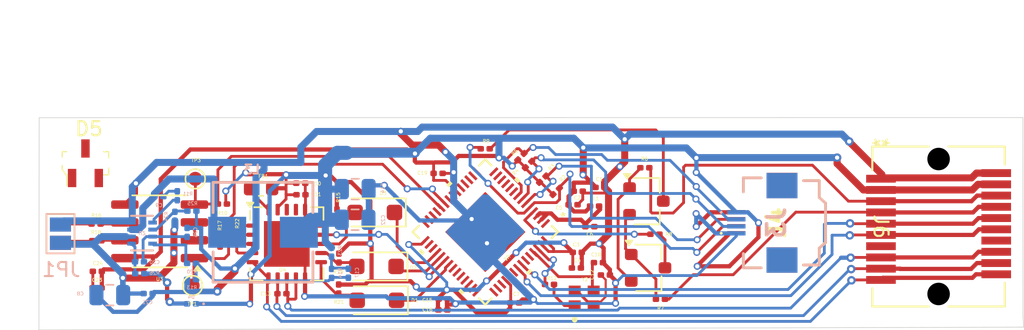
<source format=kicad_pcb>
(kicad_pcb (version 20240108) (generator "pcbnew") (generator_version "8.0")
  (layers (0 "F.Cu" signal) (31 "B.Cu" signal) (34 "B.Paste" user) (35 "F.Paste" user) (36 "B.SilkS" user "B.Silkscreen") (37 "F.SilkS" user "F.Silkscreen") (38 "B.Mask" user) (39 "F.Mask" user) (44 "Edge.Cuts" user))
  (net 0 "")
  (net 1 "/VDD3.3")
  (net 2 "GND")
  (net 3 "Net-(C12-Pad1)")
  (net 4 "/XTAL_N")
  (net 5 "Net-(C17-Pad2)")
  (net 7 "/SDA0")
  (net 8 "/GPIO0")
  (net 9 "/SCL1")
  (net 10 "/SDA1")
  (net 11 "Net-(Q1-Pad1)")
  (net 12 "Net-(Q1-Pad2)")
  (net 13 "Net-(Q1-Pad3)")
  (net 14 "Net-(Q2-Pad3)")
  (net 15 "/RX")
  (net 16 "/TX")
  (net 17 "A")
  (net 18 "B")
  (net 19 "Net-(R12-Pad1)")
  (net 20 "/XTAL_P")
  (net 21 "/DTR")
  (net 22 "/RTS")
  (net 23 "/CHIP_PU")
  (net 36 "/RX1")
  (net 48 "/TX1")
  (net 58 "Net-(C9-Pad1)")
  (net 59 "Net-(U2-SW)")
  (net 60 "Net-(U2-SS)")
  (net 61 "24V")
  (net 62 "Net-(U2-BST)")
  (net 63 "Net-(U2-FB)")
  (net 64 "Net-(C17-Pad1)")
  (net 65 "Net-(U2-PG)")
  (net 69 "Net-(U3-A)")
  (net 70 "/DIR")
  (net 71 "/RTDN-")
  (net 74 "/RTDN+")
  (net 75 "Net-(D1-A)")
  (net 76 "Net-(D2-A)")
  (net 77 "/CS")
  (net 79 "Net-(D3-A)")
  (net 80 "/SCLK")
  (net 81 "/FORCE+")
  (net 82 "Net-(U4-VDD)")
  (net 83 "Net-(U4-ISENSOR)")
  (net 84 "Net-(U4-BIAS)")
  (net 85 "/MOSI")
  (net 87 "/MISO")
  (net 88 "Net-(U2-EN)")
  (net 91 "Net-(D4-A)")
  (net 92 "Net-(U3-B)")
  (footprint "Resistor_SMD:R_0201_0603Metric" (layer "F.Cu") (at 158.153603 101.8 180)
    (property "Reference" "R6")
    (property "Value" "10k" (hide yes))
  )
  (footprint "Resistor_SMD:R_0201_0603Metric" (layer "F.Cu") (at 119.17 106.99)
    (property "Reference" "R18" (hide yes))
    (property "Value" "10R" (hide yes))
  )
  (footprint "Resistor_SMD:R_0201_0603Metric" (layer "F.Cu") (at 150.889651 102.613952 45)
    (property "Reference" "R3" (hide yes))
    (property "Value" "10k" (hide yes))
  )
  (footprint "Resistor_SMD:R_0201_0603Metric" (layer "F.Cu") (at 128.103603 104.38 180)
    (property "Reference" "R10")
    (property "Value" "10K" (hide yes))
  )
  (footprint "Capacitor_SMD:C_0201_0603Metric" (layer "F.Cu") (at 154.853603 108.55)
    (property "Reference" "C18" (hide yes))
    (property "Value" "0.1uF" (hide yes))
  )
  (footprint "Capacitor_SMD:C_0201_0603Metric" (layer "F.Cu") (at 133.678603 102.9)
    (property "Reference" "C10")
    (property "Value" "0.1uF" (hide yes))
  )
  (footprint "Capacitor_SMD:C_0201_0603Metric" (layer "F.Cu") (at 154.243603 105.99)
    (property "Reference" "C6" (hide yes))
    (property "Value" "0.1uF" (hide yes))
  )
  (footprint "digikey-footprints:ESP32 S3FN8_7X7_EXP-" (layer "F.Cu") (at 146.806342 106.369694 -135)
    (property "Reference" "U1")
    (property "Value" "ESP32-S3FN8" (hide yes))
  )
  (footprint "Capacitor_SMD:C_0201_0603Metric" (layer "F.Cu") (at 148.893603 111.41)
    (property "Reference" "C7" (hide yes))
    (property "Value" "0.1uF" (hide yes))
  )
  (footprint "Inductor_SMD:L_0603_1608Metric" (layer "F.Cu") (at 130.856103 103.29 180)
    (property "Reference" "FB1")
    (property "Value" "470R" (hide yes))
  )
  (footprint "Diode_SMD:D_SOD-123F" (layer "F.Cu") (at 139.061103 108.82 180)
    (property "Reference" "D2")
    (property "Value" "1N4148W" (hide yes))
  )
  (footprint "Package_TO_SOT_SMD:SC-59" (layer "F.Cu") (at 158.268603 104.18)
    (property "Reference" "Q2" (hide yes))
    (property "Value" "L8050QLT1G" (hide yes))
  )
  (footprint "Capacitor_SMD:C_0201_0603Metric" (layer "F.Cu") (at 153.048603 104.43)
    (property "Reference" "C5" (hide yes))
    (property "Value" "0.1uF" (hide yes))
  )
  (footprint "Capacitor_SMD:C_0201_0603Metric" (layer "F.Cu") (at 153.418603 103.47)
    (property "Reference" "C2" (hide yes))
    (property "Value" "1uF" (hide yes))
  )
  (footprint "Package_SO:SOIC-8_3.9x4.9mm_P1.27mm" (layer "F.Cu") (at 123.638603 106.325 180)
    (property "Reference" "U3")
    (property "Value" "THVD1420D" (hide yes))
  )
  (footprint "Capacitor_SMD:C_0201_0603Metric" (layer "F.Cu") (at 119.205 109.17)
    (property "Reference" "C24")
    (property "Value" "100nF" (hide yes))
  )
  (footprint "digikey-footprints:XTAL_ECS-400-10-37B2-CKM-TR" (layer "F.Cu") (at 153.838603 111.085)
    (property "Reference" "Y2")
    (property "Value" "ECS-400-10-37B2-CKM-TR" (hide yes))
  )
  (footprint "Package_DFN_QFN:TQFN-20-1EP_5x5mm_P0.65mm_EP3.25x3.25mm" (layer "F.Cu") (at 132.683603 107.2175)
    (property "Reference" "U4")
    (property "Value" "MAX31865xTP" (hide yes))
  )
  (footprint "Resistor_SMD:R_0201_0603Metric" (layer "F.Cu") (at 151.849651 103.483952 45)
    (property "Reference" "R2" (hide yes))
    (property "Value" "10k" (hide yes))
  )
  (footprint "Resistor_SMD:R_0201_0603Metric" (layer "F.Cu") (at 119.115 105.8)
    (property "Reference" "R16")
    (property "Value" "10R" (hide yes))
  )
  (footprint "Capacitor_SMD:C_0201_0603Metric" (layer "F.Cu") (at 143.788603 111.91)
    (property "Reference" "C16")
    (property "Value" "1uF" (hide yes))
  )
  (footprint "Resistor_SMD:R_0201_0603Metric" (layer "F.Cu") (at 129.123603 106.855 -90)
    (property "Reference" "R22")
    (property "Value" "400R" (hide yes))
  )
  (footprint "Resistor_SMD:R_0201_0603Metric" (layer "F.Cu") (at 127.94 107.09 -90)
    (property "Reference" "R17")
    (property "Value" "10K" (hide yes))
  )
  (footprint "Capacitor_SMD:C_0201_0603Metric" (layer "F.Cu") (at 133.693603 103.72)
    (property "Reference" "C11")
    (property "Value" "0.1uF" (hide yes))
  )
  (footprint "Inductor_SMD:L_0201_0603Metric" (layer "F.Cu") (at 154.578603 104.53)
    (property "Reference" "L1" (hide yes))
    (property "Value" "2.0nH" (hide yes))
  )
  (footprint "Capacitor_SMD:C_0201_0603Metric" (layer "F.Cu") (at 132.338603 110.76)
    (property "Reference" "C13")
    (property "Value" "10uF" (hide yes))
  )
  (footprint "Capacitor_SMD:C_0201_0603Metric" (layer "F.Cu") (at 143.808603 111.14)
    (property "Reference" "C15")
    (property "Value" "0.1uF" (hide yes))
  )
  (footprint "Resistor_SMD:R_0201_0603Metric" (layer "F.Cu") (at 151.373603 110.1 180)
    (property "Reference" "R12" (hide yes))
    (property "Value" "22R" (hide yes))
  )
  (footprint "KiCad:FFC2B3504T" (layer "F.Cu") (at 167.838603 105.71 90)
    (property "Reference" "J4")
    (property "Value" "FFC2B35-04-T" (hide yes))
  )
  (footprint "Resistor_SMD:R_0201_0603Metric" (layer "F.Cu") (at 136.253603 105.08 -90)
    (property "Reference" "R15")
    (property "Value" "10k" (hide yes))
  )
  (footprint "TestPoint:TestPoint_Pad_D1.0mm" (layer "F.Cu") (at 126.173603 102.59)
    (property "Reference" "TP3")
    (property "Value" "TestPoint" (hide yes))
  )
  (footprint "Capacitor_SMD:C_0201_0603Metric" (layer "F.Cu") (at 119.19 110.35 180)
    (property "Reference" "C23")
    (property "Value" "100nF" (hide yes))
  )
  (footprint "Resistor_SMD:R_0201_0603Metric" (layer "F.Cu") (at 158.873603 106.53 180)
    (property "Reference" "R8")
    (property "Value" "0R" (hide yes))
  )
  (footprint "Resistor_SMD:R_0201_0603Metric" (layer "F.Cu") (at 136.393603 108.225 -90)
    (property "Reference" "R19")
    (property "Value" "10k" (hide yes))
  )
  (footprint "digikey-footprints:SOT-23-3" (layer "F.Cu") (at 118.36 101.48 90)
    (property "Reference" "D5")
    (property "Value" "CDSOT23-SM712")
  )
  (footprint "TestPoint:TestPoint_Pad_D1.0mm" (layer "F.Cu") (at 125.983603 110.18)
    (property "Reference" "TP1")
    (property "Value" "TestPoint" (hide yes))
  )
  (footprint "Diode_SMD:D_SOD-123F" (layer "F.Cu") (at 138.943603 104.98 180)
    (property "Reference" "D3")
    (property "Value" "1N4148W" (hide yes))
  )
  (footprint "Resistor_SMD:R_0201_0603Metric" (layer "F.Cu") (at 149.34 101.01 45)
    (property "Reference" "R5" (hide yes))
    (property "Value" "10k" (hide yes))
  )
  (footprint "footprints14:CONN_10056847-101LF_AMP" (layer "F.Cu") (at 179.048902 105.979954 -90)
    (property "Reference" "J6")
    (property "Value" "10056847-101LF")
  )
  (footprint "Package_TO_SOT_SMD:SC-59" (layer "F.Cu") (at 158.388603 108.92)
    (property "Reference" "Q1" (hide yes))
    (property "Value" "L8050QLT1G" (hide yes))
  )
  (footprint "Diode_SMD:D_SOD-123F" (layer "F.Cu") (at 139.093603 111.23 180)
    (property "Reference" "D1")
    (property "Value" "1N4148W" (hide yes))
  )
  (footprint "Resistor_SMD:R_0201_0603Metric" (layer "F.Cu") (at 136.373603 110.425 -90)
    (property "Reference" "R21")
    (property "Value" "10k" (hide yes))
  )
  (footprint "Capacitor_SMD:C_0201_0603Metric" (layer "F.Cu") (at 154.968603 103.2)
    (property "Reference" "C1" (hide yes))
    (property "Value" "10uF" (hide yes))
  )
  (footprint "Resistor_SMD:R_0201_0603Metric" (layer "F.Cu") (at 149.879651 101.563952 45)
    (property "Reference" "R4" (hide yes))
    (property "Value" "10k" (hide yes))
  )
  (footprint "Capacitor_SMD:C_0201_0603Metric" (layer "F.Cu") (at 153.283603 108.93)
    (property "Reference" "C4" (hide yes))
    (property "Value" "10uF" (hide yes))
  )
  (footprint "Resistor_SMD:R_0201_0603Metric" (layer "F.Cu") (at 146.798603 100.45 180)
    (property "Reference" "R9" (hide yes))
    (property "Value" "0R" (hide yes))
  )
  (footprint "Resistor_SMD:R_0201_0603Metric" (layer "F.Cu") (at 159.263603 111.15 180)
    (property "Reference" "R7")
    (property "Value" "10k" (hide yes))
  )
  (footprint "Jumper:SolderJumper-2_P1.3mm_Open_Pad1.0x1.5mm" (layer "F.Cu") (at 116.583603 106.49 90)
    (property "Reference" "JP2" (hide yes))
    (property "Value" "SolderJumper_2_Open" (hide yes))
  )
  (footprint "Capacitor_SMD:C_0201_0603Metric" (layer "F.Cu") (at 153.348603 107.82)
    (property "Reference" "C3" (hide yes))
    (property "Value" "1uF" (hide yes))
  )
  (footprint "Capacitor_SMD:C_0201_0603Metric" (layer "F.Cu") (at 143.448603 102.2)
    (property "Reference" "C19" (hide yes))
    (property "Value" "0.1uF" (hide yes))
  )
  (footprint "Capacitor_SMD:C_0201_0603Metric" (layer "F.Cu") (at 155.348603 109.43)
    (property "Reference" "C12" (hide yes))
    (property "Value" "0.1uF" (hide yes))
  )
  (footprint "Resistor_SMD:R_0201_0603Metric" (layer "B.Cu") (at 124.893603 103.79 90)
    (property "Reference" "R11")
    (property "Value" "20R" (hide yes))
  )
  (footprint "Capacitor_SMD:C_0805_2012Metric" (layer "B.Cu") (at 137.543603 105.5)
    (property "Reference" "C22")
    (property "Value" "22uF(16V)" (hide yes))
  )
  (footprint "Resistor_SMD:R_0201_0603Metric" (layer "B.Cu") (at 124.723603 105.255 90)
    (property "Reference" "R24")
    (property "Value" "1M" (hide yes))
  )
  (footprint "Resistor_SMD:R_0201_0603Metric" (layer "B.Cu") (at 125.933603 104.88 180)
    (property "Reference" "R25")
    (property "Value" "NC" (hide yes))
  )
  (footprint "HCI:WE-HCI_7050" (layer "B.Cu") (at 130.993603 106.39 180)
    (property "Reference" "L3")
    (property "Value" "3.3µH" (hide yes))
  )
  (footprint "Resistor_SMD:R_0201_0603Metric" (layer "B.Cu") (at 135.873603 109.315 90)
    (property "Reference" "R14")
    (property "Value" "40.2K" (hide yes))
  )
  (footprint "KiCad:FFC2B3504T" (layer "B.Cu") (at 167.838603 105.72 -90)
    (property "Reference" "J3")
    (property "Value" "FFC2B35-04-T" (hide yes))
  )
  (footprint "Capacitor_SMD:C_0201_0603Metric" (layer "B.Cu") (at 122.818603 110.75)
    (property "Reference" "C21")
    (property "Value" "0.1uF(50V)" (hide yes))
  )
  (footprint "Capacitor_SMD:C_0201_0603Metric" (layer "B.Cu") (at 123.581103 103.85 180)
    (property "Reference" "C9")
    (property "Value" "1uF(16V)" (hide yes))
  )
  (footprint "Capacitor_SMD:C_0201_0603Metric" (layer "B.Cu") (at 137.063603 109.305 90)
    (property "Reference" "C17")
    (property "Value" "10pF(50V)" (hide yes))
  )
  (footprint "Resistor_SMD:R_0201_0603Metric" (layer "B.Cu") (at 135.863603 107.805 -90)
    (property "Reference" "R23")
    (property "Value" "10R" (hide yes))
  )
  (footprint "Resistor_SMD:R_0201_0603Metric" (layer "B.Cu") (at 125.911103 108.6)
    (property "Reference" "R20")
    (property "Value" "20K" (hide yes))
  )
  (footprint "Resistor_SMD:R_0201_0603Metric" (layer "B.Cu") (at 122.223603 109.33 180)
    (property "Reference" "R26")
    (property "Value" "65R" (hide yes))
  )
  (footprint "Resistor_SMD:R_0201_0603Metric" (layer "B.Cu") (at 125.911103 109.75)
    (property "Reference" "R13")
    (property "Value" "13K" (hide yes))
  )
  (footprint "Capacitor_SMD:C_0805_2012Metric" (layer "B.Cu") (at 137.553603 103.32)
    (property "Reference" "C14")
    (property "Value" "22uF(16V)" (hide yes))
  )
  (footprint "Capacitor_SMD:C_0805_2012Metric" (layer "B.Cu") (at 120.093603 110.86 180)
    (property "Reference" "C8")
    (property "Value" "22uF(50V)" (hide yes))
  )
  (footprint "Jumper:SolderJumper-2_P1.3mm_Open_Pad1.0x1.5mm" (layer "B.Cu") (at 116.583603 106.49 -90)
    (property "Reference" "JP1")
    (property "Value" "SolderJumper_2_Open" (hide yes))
  )
  (footprint "LED_SMD:LED_0201_0603Metric" (layer "B.Cu") (at 125.906103 111.48 180)
    (property "Reference" "D4")
    (property "Value" "LED" (hide yes))
  )
  (footprint "Capacitor_SMD:C_0201_0603Metric" (layer "B.Cu") (at 122.203603 108.49 180)
    (property "Reference" "C20")
    (property "Value" "1nF(50V)" (hide yes))
  )
  (footprint "Capacitor_SMD:C_0201_0603Metric" (layer "B.Cu") (at 125.593603 106.4 90)
    (property "Reference" "C25")
    (property "Value" "6.8nF(50V)" (hide yes))
  )
  (footprint "footprints12:SOT583_MP2393" (layer "B.Cu") (at 122.387903 106.450001)
    (property "Reference" "U2")
    (property "Value" "MP2393GTL-P" (hide yes))
  )
  (gr_line (start 185.05 98.23) (end 185.06 112.39) (stroke (width 0.05)) (layer "Edge.Cuts"))
  (gr_line (start 185.11 113.14) (end 115.05 113.33) (stroke (width 0.05)) (layer "Edge.Cuts"))
  (gr_line (start 115.05 113.33) (end 115.07 98.24) (stroke (width 0.05)) (layer "Edge.Cuts"))
  (gr_line (start 185.06 112.39) (end 185.11 113.14) (stroke (width 0.05)) (layer "Edge.Cuts"))
  (gr_line (start 115.07 98.24) (end 185.05 98.23) (stroke (width 0.05)) (layer "Edge.Cuts"))
  (segment (start 153.773603 102.285) (end 153.753603 102.305) (width 0.3) (layer "F.Cu") (net 1))
  (segment (start 143.128603 101.505) (end 143.123603 101.5) (width 0.2) (layer "F.Cu") (net 1))
  (segment (start 144.063603 110.48) (end 144.008603 110.535) (width 0.3) (layer "F.Cu") (net 1))
  (segment (start 151.077919 107.525684) (end 151.077919 107.53) (width 0.2) (layer "F.Cu") (net 1))
  (segment (start 174.953602 103.379954) (end 181.453649 103.379954) (width 0.5) (layer "F.Cu") (net 1))
  (segment (start 144.910709 100.96) (end 144.450709 101.42) (width 0.3) (layer "F.Cu") (net 1))
  (segment (start 144.450709 101.42) (end 143.203603 101.42) (width 0.3) (layer "F.Cu") (net 1))
  (segment (start 152.728603 104.517746) (end 153.120857 104.91) (width 0.3) (layer "F.Cu") (net 1))
  (segment (start 123.72 102.603603) (end 123.72 107.763603) (width 0.3) (layer "F.Cu") (net 1))
  (segment (start 141.383603 107.24) (end 141.363603 107.26) (width 0.2) (layer "F.Cu") (net 1))
  (segment (start 181.453649 103.379954) (end 181.853605 102.979998) (width 0.5) (layer "F.Cu") (net 1))
  (segment (start 149.653377 101.830226) (end 150.663377 102.840226) (width 0.2) (layer "F.Cu") (net 1))
  (segment (start 148.723603 101.68) (end 149.197329 101.206274) (width 0.2) (layer "F.Cu") (net 1))
  (segment (start 153.028603 107.82) (end 153.028603 108.865) (width 0.2) (layer "F.Cu") (net 1))
  (segment (start 149.197329 101.334178) (end 149.653377 101.790226) (width 0.2) (layer "F.Cu") (net 1))
  (segment (start 132.633603 102.3) (end 132.593603 102.26) (width 0.3) (layer "F.Cu") (net 1))
  (segment (start 161.883603 108.81) (end 161.883603 108.775) (width 0.3) (layer "F.Cu") (net 1))
  (segment (start 147.643603 100.96) (end 144.910709 100.96) (width 0.3) (layer "F.Cu") (net 1))
  (segment (start 141.217967 100.5) (end 125.823603 100.5) (width 0.3) (layer "F.Cu") (net 1))
  (segment (start 119.525 109.17) (end 119.665 109.03) (width 0.3) (layer "F.Cu") (net 1))
  (segment (start 141.793603 100.8) (end 141.793603 101.33) (width 0.3) (layer "F.Cu") (net 1))
  (segment (start 133.373603 103.72) (end 132.663603 103.72) (width 0.2) (layer "F.Cu") (net 1))
  (segment (start 154.308603 102.86) (end 153.098603 102.86) (width 0.3) (layer "F.Cu") (net 1))
  (segment (start 119.665 109.03) (end 122.54 109.03) (width 0.3) (layer "F.Cu") (net 1))
  (segment (start 150.663377 102.840226) (end 150.753377 102.840226) (width 0.2) (layer "F.Cu") (net 1))
  (segment (start 153.098603 103.47) (end 152.728603 103.84) (width 0.3) (layer "F.Cu") (net 1))
  (segment (start 141.793603 101.33) (end 141.893603 101.43) (width 0.3) (layer "F.Cu") (net 1))
  (segment (start 138.488603 109.875) (end 138.253603 110.11) (width 0.3) (layer "F.Cu") (net 1))
  (segment (start 148.612056 111.371547) (end 148.612056 110.155307) (width 0.2) (layer "F.Cu") (net 1))
  (segment (start 151.312235 107.76) (end 151.077919 107.525684) (width 0.2) (layer "F.Cu") (net 1))
  (segment (start 166.238603 106.74) (end 166.238603 105.72) (width 0.3) (layer "F.Cu") (net 1))
  (segment (start 153.613603 105.5) (end 153.923603 105.81) (width 0.3) (layer "F.Cu") (net 1))
  (segment (start 152.728603 104.43) (end 152.728603 104.517746) (width 0.3) (layer "F.Cu") (net 1))
  (segment (start 131.673603 103.26) (end 131.643603 103.29) (width 0.3) (layer "F.Cu") (net 1))
  (segment (start 148.573603 111.77) (end 148.573603 111.41) (width 0.3) (layer "F.Cu") (net 1))
  (segment (start 151.663603 107.76) (end 151.312235 107.76) (width 0.2) (layer "F.Cu") (net 1))
  (segment (start 150.671619 105.05) (end 151.49 105.05) (width 0.3) (layer "F.Cu") (net 1))
  (segment (start 132.593603 102.26) (end 129.863603 102.26) (width 0.3) (layer "F.Cu") (net 1))
  (segment (start 151.086036 106.972433) (end 151.663603 107.55) (width 0.2) (layer "F.Cu") (net 1))
  (segment (start 173.703557 103.379954) (end 174.953602 103.379954) (width 0.5) (layer "F.Cu") (net 1))
  (segment (start 119.525 110.335) (end 119.51 110.35) (width 0.2) (layer "F.Cu") (net 1))
  (segment (start 121.273603 108.11) (end 121.128603 108.255) (width 0.3) (layer "F.Cu") (net 1))
  (segment (start 150.753377 102.840226) (end 151.623377 103.710226) (width 0.2) (layer "F.Cu") (net 1))
  (segment (start 129.863603 102.26) (end 129.763603 102.16) (width 0.3) (layer "F.Cu") (net 1))
  (segment (start 146.173603 112.09) (end 148.253603 112.09) (width 0.3) (layer "F.Cu") (net 1))
  (segment (start 128.423603 104.38) (end 128.423603 104.46) (width 0.2) (layer "F.Cu") (net 1))
  (segment (start 154.648603 103.16) (end 154.648603 103.2) (width 0.3) (layer "F.Cu") (net 1))
  (segment (start 152.393603 107.13) (end 152.393603 107.185) (width 0.3) (layer "F.Cu") (net 1))
  (segment (start 120.973603 108.35) (end 121.063603 108.26) (width 0.2) (layer "F.Cu") (net 1))
  (segment (start 150.52035 105.201269) (end 150.671619 105.05) (width 0.3) (layer "F.Cu") (net 1))
  (segment (start 125.823603 100.5) (end 125.748603 100.575) (width 0.3) (layer "F.Cu") (net 1))
  (segment (start 150.803194 105.484113) (end 151.157642 105.129665) (width 0.3) (layer "F.Cu") (net 1))
  (segment (start 143.128603 102.2) (end 143.128603 101.505) (width 0.2) (layer "F.Cu") (net 1))
  (segment (start 154.408603 102.96) (end 154.308603 102.86) (width 0.3) (layer "F.Cu") (net 1))
  (segment (start 153.120857 104.91) (end 153.948603 104.91) (width 0.3) (layer "F.Cu") (net 1))
  (segment (start 144.063603 110.48) (end 143.438603 111.105) (width 0.3) (layer "F.Cu") (net 1))
  (segment (start 132.633603 102.92) (end 132.633603 103.69) (width 0.2) (layer "F.Cu") (net 1))
  (segment (start 132.653603 102.9) (end 132.633603 102.92) (width 0.2) (layer "F.Cu") (net 1))
  (segment (start 144.063603 110.48) (end 144.563603 110.48) (width 0.3) (layer "F.Cu") (net 1))
  (segment (start 149.653377 101.679774) (end 149.653377 101.790226) (width 0.2) (layer "F.Cu") (net 1))
  (segment (start 128.343603 104.3) (end 128.423603 104.38) (width 0.2) (layer "F.Cu") (net 1))
  (segment (start 151.663603 107.55) (end 151.663603 107.76) (width 0.2) (layer "F.Cu") (net 1))
  (segment (start 148.612056 110.155307) (end 148.257608 109.800859) (width 0.2) (layer "F.Cu") (net 1))
  (segment (start 153.923603 105.81) (end 153.923603 105.99) (width 0.3) (layer "F.Cu") (net 1))
  (segment (start 141.487967 100.77) (end 141.217967 100.5) (width 0.3) (layer "F.Cu") (net 1))
  (segment (start 133.358603 102.9) (end 132.653603 102.9) (width 0.2) (layer "F.Cu") (net 1))
  (segment (start 143.438603 111.105) (end 143.438603 111.14) (width 0.2) (layer "F.Cu") (net 1))
  (segment (start 144.789389 103.504214) (end 143.985175 102.7) (width 0.2) (layer "F.Cu") (net 1))
  (segment (start 130.133603 111.4) (end 130.043603 111.49) (width 0.3) (layer "F.Cu") (net 1))
  (segment (start 137.108603 107.19) (end 136.393603 107.905) (width 0.3) (layer "F.Cu") (net 1))
  (segment (start 147.778603 101.095) (end 147.643603 100.96) (width 0.3) (layer "F.Cu") (net 1))
  (segment (start 132.633603 102.3) (end 132.633603 102.92) (width 0.2) (layer "F.Cu") (net 1))
  (segment (start 153.028603 107.82) (end 152.968603 107.76) (width 0.2) (layer "F.Cu") (net 1))
  (segment (start 143.128603 102.695) (end 143.128603 102.2) (width 0.2) (layer "F.Cu") (net 1))
  (segment (start 152.728603 103.84) (end 152.728603 104.43) (width 0.3) (layer "F.Cu") (net 1))
  (segment (start 151.94 105.5) (end 153.613603 105.5) (width 0.3) (layer "F.Cu") (net 1))
  (segment (start 149.653377 101.790226) (end 149.653377 101.830226) (width 0.2) (layer "F.Cu") (net 1))
  (segment (start 132.033603 104.626512) (end 132.033603 104.78) (width 0.2) (layer "F.Cu") (net 1))
  (segment (start 146.893603 109.85) (end 146.983603 109.85) (width 0.3) (layer "F.Cu") (net 1))
  (segment (start 149.197329 101.206274) (end 149.197329 101.334178) (width 0.3) (layer "F.Cu") (net 1))
  (segment (start 143.438603 111.14) (end 143.438603 111.88) (width 0.3) (layer "F.Cu") (net 1))
  (segment (start 138.623603 104.18) (end 137.263603 102.82) (width 0.3) (layer "F.Cu") (net 1))
  (segment (start 136.253603 104.76) (end 136.243603 104.75) (width 0.2) (layer "F.Cu") (net 1))
  (segment (start 141.803603 100.79) (end 141.793603 100.8) (width 0.3) (layer "F.Cu") (net 1))
  (segment (start 152.393603 107.185) (end 153.028603 107.82) (width 0.3) (layer "F.Cu") (net 1))
  (segment (start 138.253603 110.11) (end 136.538603 110.11) (width 0.3) (layer "F.Cu") (net 1))
  (segment (start 148.253603 112.09) (end 148.573603 111.77) (width 0.3) (layer "F.Cu") (net 1))
  (segment (start 119.525 109.17) (end 119.525 110.335) (width 0.3) (layer "F.Cu") (net 1))
  (segment (start 136.243603 102.82) (end 135.773603 102.35) (width 0.3) (layer "F.Cu") (net 1))
  (segment (start 136.243603 104.75) (end 136.243603 102.82) (width 0.3) (layer "F.Cu") (net 1))
  (segment (start 146.983603 109.85) (end 148.993603 107.84) (width 0.3) (layer "F.Cu") (net 1))
  (segment (start 138.623603 107.19) (end 138.623603 104.18) (width 0.3) (layer "F.Cu") (net 1))
  (segment (start 153.098603 102.86) (end 153.098603 103.47) (width 0.3) (layer "F.Cu") (net 1))
  (segment (start 132.663603 103.72) (end 132.633603 103.69) (width 0.2) (layer "F.Cu") (net 1))
  (segment (start 171.833603 101.51) (end 173.703557 103.379954) (width 0.5) (layer "F.Cu") (net 1))
  (segment (start 144.563603 110.48) (end 146.173603 112.09) (width 0.3) (layer "F.Cu") (net 1))
  (segment (start 151.077919 107.53) (end 150.803194 107.255275) (width 0.2) (layer "F.Cu") (net 1))
  (segment (start 161.883603 108.775) (end 164.188603 106.47) (width 0.3) (layer "F.Cu") (net 1))
  (segment (start 171.833603 101.08) (end 171.833603 101.51) (width 0.5) (layer "F.Cu") (net 1))
  (segment (start 132.513603 103.26) (end 131.673603 103.26) (width 0.3) (layer "F.Cu") (net 1))
  (segment (start 153.773603 100.37) (end 153.773603 102.285) (width 0.5) (layer "F.Cu") (net 1))
  (segment (start 153.773603 102.285) (end 154.648603 103.16) (width 0.3) (layer "F.Cu") (net 1))
  (segment (start 138.713603 107.28) (end 138.713603 109.875) (width 0.3) (layer "F.Cu") (net 1))
  (segment (start 123.373603 108.11) (end 123.16 108.11) (width 0.3) (layer "F.Cu") (net 1))
  (segment (start 143.133603 102.7) (end 143.128603 102.695) (width 0.2) (layer "F.Cu") (net 1))
  (segment (start 123.16 108.11) (end 121.273603 108.11) (width 0.3) (layer "F.Cu") (net 1))
  (segment (start 154.648603 103.2) (end 154.408603 102.96) (width 0.15) (layer "F.Cu") (net 1))
  (segment (start 141.893603 101.43) (end 143.053603 101.43) (width 0.3) (layer "F.Cu") (net 1))
  (segment (start 123.72 107.763603) (end 123.41 108.073603) (width 0.3) (layer "F.Cu") (net 1))
  (segment (start 141.498603 109.875) (end 138.488603 109.875) (width 0.3) (layer "F.Cu") (net 1))
  (segment (start 137.263603 102.82) (end 136.243603 102.82) (width 0.3) (layer "F.Cu") (net 1))
  (segment (start 152.968603 107.76) (end 151.663603 107.76) (width 0.2) (layer "F.Cu") (net 1))
  (segment (start 154.968603 104.765) (end 153.923603 105.81) (width 0.3) (layer "F.Cu") (net 1))
  (segment (start 181.853605 102.979998) (end 183.153603 102.979998) (width 0.5) (layer "F.Cu") (net 1))
  (segment (start 153.753603 102.305) (end 153.793603 102.345) (width 0.15) (layer "F.Cu") (net 1))
  (segment (start 130.133603 109.38) (end 130.133603 111.4) (width 0.3) (layer "F.Cu") (net 1))
  (segment (start 138.623603 107.19) (end 138.713603 107.28) (width 0.2) (layer "F.Cu") (net 1))
  (segment (start 153.028603 108.865) (end 152.963603 108.93) (width 0.2) (layer "F.Cu") (net 1))
  (segment (start 138.623603 107.19) (end 137.108603 107.19) (width 0.3) (layer "F.Cu") (net 1))
  (segment (start 148.573603 111.41) (end 148.612056 111.371547) (width 0.2) (layer "F.Cu") (net 1))
  (segment (start 142.259081 107.24) (end 141.383603 107.24) (width 0.2) (layer "F.Cu") (net 1))
  (segment (start 133.358603 103.705) (end 133.373603 103.72) (width 0.2) (layer "F.Cu") (net 1))
  (segment (start 154.968603 104.53) (end 154.968603 104.765) (width 0.3) (layer "F.Cu") (net 1))
  (segment (start 151.49 105.05) (end 151.94 105.5) (width 0.3) (layer "F.Cu") (net 1))
  (segment (start 161.883603 108.81) (end 164.168603 108.81) (width 0.3) (layer "F.Cu") (net 1))
  (segment (start 153.948603 104.91) (end 154.328603 104.53) (width 0.3) (layer "F.Cu") (net 1))
  (segment (start 122.54 109.03) (end 123.16 108.41) (width 0.3) (layer "F.Cu") (net 1))
  (segment (start 132.633603 103.69) (end 132.633603 104.026512) (width 0.2) (layer "F.Cu") (net 1))
  (segment (start 143.985175 102.7) (end 143.133603 102.7) (width 0.2) (layer "F.Cu") (net 1))
  (segment (start 141.893603 110.27) (end 141.498603 109.875) (width 0.3) (layer "F.Cu") (net 1))
  (segment (start 128.343603 103.46) (end 128.343603 104.3) (width 0.2) (layer "F.Cu") (net 1))
  (segment (start 125.748603 100.575) (end 123.72 102.603603) (width 0.3) (layer "F.Cu") (net 1))
  (segment (start 164.168603 108.81) (end 166.238603 106.74) (width 0.3) (layer "F.Cu") (net 1))
  (segment (start 123.16 108.41) (end 123.16 108.11) (width 0.3) (layer "F.Cu") (net 1))
  (segment (start 141.793603 100.77) (end 141.487967 100.77) (width 0.3) (layer "F.Cu") (net 1))
  (segment (start 142.526648 106.972433) (end 142.259081 107.24) (width 0.2) (layer "F.Cu") (net 1))
  (segment (start 132.633603 104.026512) (end 132.033603 104.626512) (width 0.2) (layer "F.Cu") (net 1))
  (segment (start 143.438603 111.88) (end 143.468603 111.91) (width 0.2) (layer "F.Cu") (net 1))
  (via (at 144.063603 110.48) (size 0.5) (drill 0.3) (layers "F.Cu" "B.Cu") (net 1))
  (via (at 161.813603 102.135) (size 0.5) (drill 0.3) (layers "F.Cu" "B.Cu") (net 1))
  (via (at 138.623603 107.19) (size 0.5) (drill 0.3) (layers "F.Cu" "B.Cu") (net 1))
  (via (at 132.633603 102.3) (size 0.5) (drill 0.3) (layers "F.Cu" "B.Cu") (net 1))
  (via (at 153.753603 102.305) (size 0.5) (drill 0.3) (layers "F.Cu" "B.Cu") (net 1))
  (via (at 130.043603 111.49) (size 0.5) (drill 0.3) (layers "F.Cu" "B.Cu") (net 1))
  (via (at 129.763603 102.16) (size 0.5) (drill 0.3) (layers "F.Cu" "B.Cu") (net 1))
  (via (at 161.823603 101.1) (size 0.5) (drill 0.3) (layers "F.Cu" "B.Cu") (net 1))
  (via (at 141.803603 100.79) (size 0.5) (drill 0.3) (layers "F.Cu" "B.Cu") (net 1))
  (via (at 141.893603 110.27) (size 0.5) (drill 0.3) (layers "F.Cu" "B.Cu") (net 1))
  (via (at 148.993603 107.84) (size 0.5) (drill 0.3) (layers "F.Cu" "B.Cu") (net 1))
  (via (at 166.238603 105.72) (size 0.5) (drill 0.3) (layers "F.Cu" "B.Cu") (net 1))
  (via (at 147.778603 101.095) (size 0.5) (drill 0.3) (layers "F.Cu" "B.Cu") (net 1))
  (via (at 146.893603 109.85) (size 0.5) (drill 0.3) (layers "F.Cu" "B.Cu") (net 1))
  (via (at 141.363603 107.26) (size 0.5) (drill 0.3) (layers "F.Cu" "B.Cu") (net 1))
  (via (at 153.773603 100.37) (size 0.5) (drill 0.3) (layers "F.Cu" "B.Cu") (net 1))
  (via (at 130.133603 109.38) (size 0.5) (drill 0.3) (layers "F.Cu" "B.Cu") (net 1))
  (via (at 148.723603 101.68) (size 0.5) (drill 0.3) (layers "F.Cu" "B.Cu") (net 1))
  (via (at 161.883603 108.81) (size 0.5) (drill 0.3) (layers "F.Cu" "B.Cu") (net 1))
  (via (at 128.343603 103.46) (size 0.5) (drill 0.3) (layers "F.Cu" "B.Cu") (net 1))
  (via (at 152.393603 107.13) (size 0.5) (drill 0.3) (layers "F.Cu" "B.Cu") (net 1))
  (via (at 171.833603 101.08) (size 0.6) (drill 0.3) (layers "F.Cu" "B.Cu") (net 1))
  (via (at 135.45 102.35) (size 0.5) (drill 0.3) (layers "F.Cu" "B.Cu") (net 1))
  (segment (start 136.593603 105.5) (end 135.41 105.5) (width 0.5) (layer "B.Cu") (net 1))
  (segment (start 153.103603 99.7) (end 153.773603 100.37) (width 0.5) (layer "B.Cu") (net 1))
  (segment (start 136.603603 103.32) (end 135.45 103.32) (width 0.5) (layer "B.Cu") (net 1))
  (segment (start 129.66 102.16) (end 128.36 103.46) (width 0.2) (layer "B.Cu") (net 1))
  (segment (start 161.873603 102.075) (end 161.813603 102.135) (width 0.2) (layer "B.Cu") (net 1))
  (segment (start 147.778603 101.095) (end 147.778603 99.715) (width 0.5) (layer "B.Cu") (net 1))
  (segment (start 135.45 103.32) (end 135.41 103.28) (width 0.5) (layer "B.Cu") (net 1))
  (segment (start 149.703603 107.13) (end 152.393603 107.13) (width 0.3) (layer "B.Cu") (net 1))
  (segment (start 135.41 105.5) (end 135.41 103.28) (width 1) (layer "B.Cu") (net 1))
  (segment (start 135.423603 105.72) (end 135.423603 107.063603) (width 0.5) (layer "B.Cu") (net 1))
  (segment (start 141.803603 100.73) (end 136.953603 100.73) (width 0.7) (layer "B.Cu") (net 1))
  (segment (start 136.283603 100.74) (end 136.943603 100.74) (width 1) (layer "B.Cu") (net 1))
  (segment (start 135.41 101.613603) (end 136.283603 100.74) (width 1) (layer "B.Cu") (net 1))
  (segment (start 153.793603 100.39) (end 153.773603 100.37) (width 0.5) (layer "B.Cu") (net 1))
  (segment (start 161.823603 101.1) (end 161.823603 102.025) (width 0.3) (layer "B.Cu") (net 1))
  (segment (start 141.803603 100.79) (end 141.803603 100.786397) (width 0.5) (layer "B.Cu") (net 1))
  (segment (start 144.063603 110.48) (end 142.103603 110.48) (width 0.3) (layer "B.Cu") (net 1))
  (segment (start 133.543603 106.39) (end 134.433603 105.5) (width 1) (layer "B.Cu") (net 1))
  (segment (start 130.033603 111.48) (end 126.226103 111.48) (width 0.3) (layer "B.Cu") (net 1))
  (segment (start 133.543603 106.39) (end 133.543603 106.45) (width 0.3) (layer "B.Cu") (net 1))
  (segment (start 164.663603 104.97) (end 161.828603 102.135) (width 0.3) (layer "B.Cu") (net 1))
  (segment (start 136.953603 100.73) (end 136.943603 100.74) (width 0.5) (layer "B.Cu") (net 1))
  (segment (start 132.683603 102.35) (end 132.633603 102.3) (width 0.3) (layer "B.Cu") (net 1))
  (segment (start 130.043603 111.49) (end 130.033603 111.48) (width 0.3) (layer "B.Cu") (net 1))
  (segment (start 135.45 102.35) (end 132.683603 102.35) (width 0.5) (layer "B.Cu") (net 1))
  (segment (start 135.845 107.485) (end 135.863603 107.485) (width 0.5) (layer "B.Cu") (net 1))
  (segment (start 135.423603 107.063603) (end 135.845 107.485) (width 0.5) (layer "B.Cu") (net 1))
  (segment (start 166.238603 105.72) (end 165.488603 104.97) (width 0.3) (layer "B.Cu") (net 1))
  (segment (start 128.36 103.46) (end 128.343603 103.46) (width 0.2) (layer "B.Cu") (net 1))
  (segment (start 161.113603 100.39) (end 153.793603 100.39) (width 0.5) (layer "B.Cu") (net 1))
  (segment (start 131.46 103.473603) (end 131.46 108.053603) (width 0.3) (layer "B.Cu") (net 1))
  (segment (start 134.433603 105.5) (end 136.593603 105.5) (width 1) (layer "B.Cu") (net 1))
  (segment (start 161.823603 101.1) (end 161.113603 100.39) (width 0.5) (layer "B.Cu") (net 1))
  (segment (start 161.843603 101.08) (end 161.823603 101.1) (width 0.5) (layer "B.Cu") (net 1))
  (segment (start 148.138603 101.095) (end 148.723603 101.68) (width 0.3) (layer "B.Cu") (net 1))
  (segment (start 165.488603 104.97) (end 164.663603 104.97) (width 0.3) (layer "B.Cu") (net 1))
  (segment (start 135.41 103.28) (end 135.41 101.613603) (width 1) (layer "B.Cu") (net 1))
  (segment (start 144.063603 110.48) (end 144.063603 109.96) (width 0.2) (layer "B.Cu") (net 1))
  (segment (start 144.063603 110.48) (end 146.263603 110.48) (width 0.3) (layer "B.Cu") (net 1))
  (segment (start 142.103603 110.48) (end 141.893603 110.27) (width 0.3) (layer "B.Cu") (net 1))
  (segment (start 131.46 108.053603) (end 130.133603 109.38) (width 0.3) (layer "B.Cu") (net 1))
  (segment (start 161.823603 101.1) (end 161.813603 101.09) (width 0.5) (layer "B.Cu") (net 1))
  (segment (start 129.763603 102.16) (end 129.66 102.16) (width 0.2) (layer "B.Cu") (net 1))
  (segment (start 144.063603 109.96) (end 141.363603 107.26) (width 0.2) (layer "B.Cu") (net 1))
  (segment (start 161.828603 102.135) (end 161.813603 102.135) (width 0.3) (layer "B.Cu") (net 1))
  (segment (start 147.778603 101.095) (end 148.138603 101.095) (width 0.3) (layer "B.Cu") (net 1))
  (segment (start 171.833603 101.08) (end 161.843603 101.08) (width 0.5) (layer "B.Cu") (net 1))
  (segment (start 161.823603 102.025) (end 161.873603 102.075) (width 0.3) (layer "B.Cu") (net 1))
  (segment (start 142.89 99.7) (end 153.103603 99.7) (width 0.5) (layer "B.Cu") (net 1))
  (segment (start 133.543603 106.45) (end 133.618603 106.45) (width 0.2) (layer "B.Cu") (net 1))
  (segment (start 132.633603 102.3) (end 131.46 103.473603) (width 0.3) (layer "B.Cu") (net 1))
  (segment (start 133.543603 106.39) (end 134.283603 106.39) (width 1) (layer "B.Cu") (net 1))
  (segment (start 146.263603 110.48) (end 146.893603 109.85) (width 0.3) (layer "B.Cu") (net 1))
  (segment (start 141.803603 100.786397) (end 142.89 99.7) (width 0.5) (layer "B.Cu") (net 1))
  (segment (start 148.993603 107.84) (end 149.703603 107.13) (width 0.3) (layer "B.Cu") (net 1))
  (segment (start 153.668603 108.865) (end 153.603603 108.93) (width 0.2) (layer "F.Cu") (net 2))
  (segment (start 144.078603 111.88) (end 144.108603 111.91) (width 0.2) (layer "F.Cu") (net 2))
  (segment (start 141.615074 100.19) (end 143.483603 100.19) (width 0.5) (layer "F.Cu") (net 2))
  (segment (start 144.653603 111.45) (end 144.573603 111.53) (width 0.3) (layer "F.Cu") (net 2))
  (segment (start 155.573603 105.98) (end 155.573603 106.53) (width 0.5) (layer "F.Cu") (net 2))
  (segment (start 133.983603 109.655) (end 133.983603 104.39) (width 0.2) (layer "F.Cu") (net 2))
  (segment (start 155.398603 103.31) (end 155.573603 103.485) (width 0.5) (layer "F.Cu") (net 2))
  (segment (start 155.573603 103.485) (end 155.573603 105.98) (width 0.5) (layer "F.Cu") (net 2))
  (segment (start 156.723603 99.77) (end 156.723603 101.38) (width 0.5) (layer "F.Cu") (net 2))
  (segment (start 154.903603 107.2) (end 154.288603 107.2) (width 0.3) (layer "F.Cu") (net 2))
  (segment (start 121.063603 104.45) (end 121.033603 104.42) (width 0.2) (layer "F.Cu") (net 2))
  (segment (start 156.723603 101.38) (end 156.383603 101.72) (width 0.5) (layer "F.Cu") (net 2))
  (segment (start 154.903603 107.2) (end 155.223603 107.52) (width 0.3) (layer "F.Cu") (net 2))
  (segment (start 153.738603 104.06) (end 153.738603 103.47) (width 0.2) (layer "F.Cu") (net 2))
  (segment (start 144.078603 111.14) (end 144.078603 111.88) (width 0.3) (layer "F.Cu") (net 2))
  (segment (start 118.885 110.335) (end 118.87 110.35) (width 0.2) (layer "F.Cu") (net 2))
  (segment (start 155.223603 108.5) (end 155.173603 108.55) (width 0.3) (layer "F.Cu") (net 2))
  (segment (start 133.983603 110.92) (end 133.953603 110.95) (width 0.3) (layer "F.Cu") (net 2))
  (segment (start 181.743603 102.18) (end 183.153603 102.18) (width 0.5) (layer "F.Cu") (net 2))
  (segment (start 134.013603 104.75) (end 133.983603 104.78) (width 0.2) (layer "F.Cu") (net 2))
  (segment (start 121.948603 103.635) (end 121.163603 104.42) (width 0.3) (layer "F.Cu") (net 2))
  (segment (start 155.668603 109.045) (end 155.173603 108.55) (width 0.3) (layer "F.Cu") (net 2))
  (segment (start 172.693603 99.95) (end 175.013555 102.269952) (width 0.5) (layer "F.Cu") (net 2))
  (segment (start 140.793603 99.21) (end 140.793603 99.368529) (width 0.5) (layer "F.Cu") (net 2))
  (segment (start 143.483603 100.19) (end 143.973603 100.68) (width 0.5) (layer "F.Cu") (net 2))
  (segment (start 153.738603 103.47) (end 153.868603 103.6) (width 0.2) (layer "F.Cu") (net 2))
  (segment (start 172.693603 99.93) (end 172.693603 99.95) (width 0.5) (layer "F.Cu") (net 2))
  (segment (start 155.573603 106.53) (end 154.903603 107.2) (width 0.5) (layer "F.Cu") (net 2))
  (segment (start 174.953602 102.579953) (end 175.013555 102.52) (width 0.3) (layer "F.Cu") (net 2))
  (segment (start 133.983603 109.655) (end 133.983603 110.92) (width 0.3) (layer "F.Cu") (net 2))
  (segment (start 153.868603 103.6) (end 155.458603 103.6) (width 0.2) (layer "F.Cu") (net 2))
  (segment (start 144.158603 111.53) (end 144.078603 111.45) (width 0.3) (layer "F.Cu") (net 2))
  (segment (start 156.073603 111.44) (end 156.073603 110) (width 0.3) (layer "F.Cu") (net 2))
  (segment (start 155.288603 102.815) (end 156.383603 101.72) (width 0.5) (layer "F.Cu") (net 2))
  (segment (start 144.078603 111.45) (end 144.078603 111.14) (width 0.2) (layer "F.Cu") (net 2))
  (segment (start 156.073603 109.835) (end 155.668603 109.43) (width 0.3) (layer "F.Cu") (net 2))
  (segment (start 155.288603 103.2) (end 155.288603 102.815) (width 0.5) (layer "F.Cu") (net 2))
  (segment (start 149.453603 111.17) (end 149.213603 111.41) (width 0.3) (layer "F.Cu") (net 2))
  (segment (start 127.733603 110.6) (end 127.733603 110.43) (width 0.5) (layer "F.Cu") (net 2))
  (segment (start 153.668603 107.82) (end 153.753603 107.735) (width 0.25) (layer "F.Cu") (net 2))
  (segment (start 144.573603 111.53) (end 144.158603 111.53) (width 0.3) (layer "F.Cu") (net 2))
  (segment (start 155.458603 103.6) (end 155.573603 103.485) (width 0.2) (layer "F.Cu") (net 2))
  (segment (start 127.733603 110.43) (end 128.993603 109.17) (width 0.5) (layer "F.Cu") (net 2))
  (segment (start 156.073603 110) (end 156.073603 109.835) (width 0.25) (layer "F.Cu") (net 2))
  (segment (start 175.013555 102.269952) (end 175.013555 102.52) (width 0.5) (layer "F.Cu") (net 2))
  (segment (start 118.885 109.17) (end 118.885 110.335) (width 0.2) (layer "F.Cu") (net 2))
  (segment (start 150.233603 111.17) (end 149.453603 111.17) (width 0.3) (layer "F.Cu") (net 2))
  (segment (start 161.813603 105.985) (end 162.828603 104.97) (width 0.3) (layer "F.Cu") (net 2))
  (segment (start 121.023603 104.28) (end 121.163603 104.42) (width 0.2) (layer "F.Cu") (net 2))
  (segment (start 155.668603 109.43) (end 155.668603 109.045) (width 0.3) (layer "F.Cu") (net 2))
  (segment (start 144.473603 102.2) (end 144.553603 102.12) (width 0.2) (layer "F.Cu") (net 2))
  (segment (start 133.998603 102.9) (end 133.998603 103.705) (width 0.2) (layer "F.Cu") (net 2))
  (segment (start 121.948603 102.905) (end 121.948603 103.635) (width 0.3) (layer "F.Cu") (net 2))
  (segment (start 140.793603 99.368529) (end 141.615074 100.19) (width 0.5) (layer "F.Cu") (net 2))
  (segment (start 135.121103 105.9175) (end 133.983603 105.9175) (width 0.2) (layer "F.Cu") (net 2))
  (segment (start 133.998603 103.705) (end 134.013603 103.72) (width 0.2) (layer "F.Cu") (net 2))
  (segment (start 154.288603 107.2) (end 153.668603 107.82) (width 0.3) (layer "F.Cu") (net 2))
  (segment (start 175.013555 102.52) (end 181.403603 102.52) (width 0.5) (layer "F.Cu") (net 2))
  (segment (start 181.403603 102.52) (end 181.743603 102.18) (width 0.5) (layer "F.Cu") (net 2))
  (segment (start 153.668603 107.82) (end 153.668603 108.865) (width 0.3) (layer "F.Cu") (net 2))
  (segment (start 155.573603 105.98) (end 155.563603 105.99) (width 0.2) (layer "F.Cu") (net 2))
  (segment (start 144.683603 111.48) (end 144.653603 111.45) (width 0.2) (layer "F.Cu") (net 2))
  (segment (start 153.368603 104.43) (end 153.738603 104.06) (width 0.2) (layer "F.Cu") (net 2))
  (segment (start 162.828603 104.97) (end 164.663603 104.97) (width 0.3) (layer "F.Cu") (net 2))
  (segment (start 134.013603 103.72) (end 134.013603 104.75) (width 0.2) (layer "F.Cu") (net 2))
  (segment (start 155.563603 105.99) (end 154.563603 105.99) (width 0.2) (layer "F.Cu") (net 2))
  (segment (start 155.398603 103.31) (end 155.288603 103.2) (width 0.2) (layer "F.Cu") (net 2))
  (segment (start 133.983603 105.9175) (end 132.683603 107.2175) (width 0.2) (layer "F.Cu") (net 2))
  (segment (start 143.768603 102.2) (end 144.473603 102.2) (width 0.2) (layer "F.Cu") (net 2))
  (segment (start 155.223603 107.52) (end 155.223603 108.5) (width 0.3) (layer "F.Cu") (net 2))
  (segment (start 128.993603 109.17) (end 128.993603 108.97) (width 0.5) (layer "F.Cu") (net 2))
  (segment (start 154.903603 107.2) (end 154.788603 107.2) (width 0.3) (layer "F.Cu") (net 2))
  (via (at 156.723603 99.77) (size 0.5) (drill 0.3) (layers "F.Cu" "B.Cu") (net 2))
  (via (at 144.683603 111.48) (size 0.5) (drill 0.3) (layers "F.Cu" "B.Cu") (net 2))
  (via (at 154.903603 107.2) (size 0.5) (drill 0.3) (layers "F.Cu" "B.Cu") (net 2))
  (via (at 133.953603 110.95) (size 0.5) (drill 0.3) (layers "F.Cu" "B.Cu") (net 2))
  (via (at 143.973603 100.68) (size 0.5) (drill 0.3) (layers "F.Cu" "B.Cu") (net 2))
  (via (at 156.073603 110) (size 0.5) (drill 0.3) (layers "F.Cu" "B.Cu") (net 2))
  (via (at 121.948603 102.905) (size 0.5) (drill 0.3) (layers "F.Cu" "B.Cu") (net 2))
  (via (at 140.793603 99.21) (size 0.5) (drill 0.3) (layers "F.Cu" "B.Cu") (net 2))
  (via (at 146.923603 107.17) (size 0.5) (drill 0.3) (layers "F.Cu" "B.Cu") (net 2))
  (via (at 156.383603 101.72) (size 0.5) (drill 0.3) (layers "F.Cu" "B.Cu") (net 2))
  (via (at 127.733603 110.6) (size 0.6) (drill 0.3) (layers "F.Cu" "B.Cu") (net 2))
  (via (at 156.073603 111.44) (size 0.5) (drill 0.3) (layers "F.Cu" "B.Cu") (net 2))
  (via (at 150.233603 111.17) (size 0.5) (drill 0.3) (layers "F.Cu" "B.Cu") (net 2))
  (via (at 161.803603 105.065) (size 0.5) (drill 0.3) (layers "F.Cu" "B.Cu") (net 2))
  (via (at 172.693603 99.93) (size 0.6) (drill 0.3) (layers "F.Cu" "B.Cu") (net 2))
  (via (at 145.833603 105.45) (size 0.5) (drill 0.3) (layers "F.Cu" "B.Cu") (net 2))
  (via (at 161.813603 105.985) (size 0.5) (drill 0.3) (layers "F.Cu" "B.Cu") (net 2))
  (via (at 128.993603 108.97) (size 0.6) (drill 0.3) (layers "F.Cu" "B.Cu") (net 2))
  (via (at 139.623603 103.05) (size 0.5) (drill 0.3) (layers "F.Cu" "B.Cu") (net 2))
  (via (at 144.553603 102.12) (size 0.5) (drill 0.3) (layers "F.Cu" "B.Cu") (net 2))
  (segment (start 119.143603 110.86) (end 120.333603 112.05) (width 0.3) (layer "B.Cu") (net 2))
  (segment (start 127.733603 110.6) (end 125.593603 110.6) (width 0.4) (layer "B.Cu") (net 2))
  (segment (start 155.863603 98.91) (end 156.723603 99.77) (width 0.5) (layer "B.Cu") (net 2))
  (segment (start 156.073603 111.44) (end 156.053603 111.46) (width 0.2) (layer "B.Cu") (net 2))
  (segment (start 126.593603 106.08) (end 126.363603 106.08) (width 0.3) (layer "B.Cu") (net 2))
  (segment (start 130.493603 102.498529) (end 130.493603 107.47) (width 0.5) (layer "B.Cu") (net 2))
  (segment (start 123.423603 101.42) (end 133.683603 101.42) (width 0.5) (layer "B.Cu") (net 2))
  (segment (start 126.363603 106.08) (end 125.593603 106.08) (width 0.3) (layer "B.Cu") (net 2))
  (segment (start 121.693603 105.55) (end 121.663603 105.58) (width 0.5) (layer "B.Cu") (net 2))
  (segment (start 156.723603 99.77) (end 157.083603 99.41) (width 0.5) (layer "B.Cu") (net 2))
  (segment (start 161.803603 105.065) (end 161.813603 105.075) (width 0.3) (layer "B.Cu") (net 2))
  (segment (start 126.253603 105.97) (end 126.363603 106.08) (width 0.2) (layer "B.Cu") (net 2))
  (segment (start 150.175074 111.17) (end 150.233603 111.17) (width 0.5) (layer "B.Cu") (net 2))
  (segment (start 127.973603 108.97) (end 126.593603 107.59) (width 0.3) (layer "B.Cu") (net 2))
  (segment (start 145.733603 105.55) (end 142.123603 105.55) (width 0.3) (layer "B.Cu") (net 2))
  (segment (start 144.683603 111.48) (end 144.773603 111.39) (width 0.3) (layer "B.Cu") (net 2))
  (segment (start 172.173603 99.41) (end 172.693603 99.93) (width 0.5) (layer "B.Cu") (net 2))
  (segment (start 142.313603 98.91) (end 155.863603 98.91) (width 0.5) (layer "B.Cu") (net 2))
  (segment (start 138.503603 103.32) (end 138.503603 105.49) (width 0.4) (layer "B.Cu") (net 2))
  (segment (start 126.593603 107.59) (end 126.593603 106.08) (width 0.3) (layer "B.Cu") (net 2))
  (segment (start 122.038602 112.05) (end 123.138603 110.949999) (width 0.3) (layer "B.Cu") (net 2))
  (segment (start 145.833603 105.45) (end 145.733603 105.55) (width 0.3) (layer "B.Cu") (net 2))
  (segment (start 144.553603 104.116955) (end 144.553603 104.17) (width 0.3) (layer "B.Cu") (net 2))
  (segment (start 116.773603 105.64) (end 116.403603 106.01) (width 0.4) (layer "B.Cu") (net 2))
  (segment (start 121.663603 105.58) (end 116.833603 105.58) (width 0.5) (layer "B.Cu") (net 2))
  (segment (start 156.053603 111.46) (end 150.523603 111.46) (width 0.2) (layer "B.Cu") (net 2))
  (segment (start 161.86 109.47) (end 164.663603 106.666397) (width 0.2) (layer "B.Cu") (net 2))
  (segment (start 123.138603 110.75) (end 123.248603 110.64) (width 0.3) (layer "B.Cu") (net 2))
  (segment (start 142.123603 105.55) (end 139.623603 103.05) (width 0.3) (layer "B.Cu") (net 2))
  (segment (start 125.553603 110.64) (end 125.593603 110.6) (width 0.3) (layer "B.Cu") (net 2))
  (segment (start 126.253603 104.88) (end 126.253603 105.97) (width 0.2) (layer "B.Cu") (net 2))
  (segment (start 146.923603 107.17) (end 146.883297 107.129694) (width 0.3) (layer "B.Cu") (net 2))
  (segment (start 133.683603 100.34) (end 134.803603 99.22) (width 0.5) (layer "B.Cu") (net 2))
  (segment (start 131.063603 101.51) (end 131.063603 101.928529) (width 0.5) (layer "B.Cu") (net 2))
  (segment (start 156.603603 109.47) (end 161.86 109.47) (width 0.2) (layer "B.Cu") (net 2))
  (segment (start 144.773603 111.39) (end 150.013603 111.39) (width 0.3) (layer "B.Cu") (net 2))
  (segment (start 144.553603 101.26) (end 144.553603 104.116955) (width 0.5) (layer "B.Cu") (net 2))
  (segment (start 157.083603 99.41) (end 172.173603 99.41) (width 0.5) (layer "B.Cu") (net 2))
  (segment (start 123.138603 110.949999) (end 123.138603 110.75) (width 0.3) (layer "B.Cu") (net 2))
  (segment (start 150.013603 111.39) (end 150.233603 111.17) (width 0.3) (layer "B.Cu") (net 2))
  (segment (start 121.948603 102.895) (end 123.423603 101.42) (width 0.5) (layer "B.Cu") (net 2))
  (segment (start 120.333603 112.05) (end 122.038602 112.05) (width 0.3) (layer "B.Cu") (net 2))
  (segment (start 123.248603 110.64) (end 125.553603 110.64) (width 0.3) (layer "B.Cu") (net 2))
  (segment (start 138.503603 105.49) (end 138.493603 105.5) (width 0.4) (layer "B.Cu") (net 2))
  (segment (start 146.923603 107.17) (end 146.923603 107.918529) (width 0.5) (layer "B.Cu") (net 2))
  (segment (start 144.683603 111.48) (end 144.283603 111.08) (width 0.3) (layer "B.Cu") (net 2))
  (segment (start 161.803603 105.065) (end 163.208603 106.47) (width 0.3) (layer "B.Cu") (net 2))
  (segment (start 116.833603 105.58) (end 116.773603 105.64) (width 0.5) (layer "B.Cu") (net 2))
  (segment (start 125.593603 110.6) (end 125.593603 109.952499) (width 0.4) (layer "B.Cu") (net 2))
  (segment (start 139.623603 103.05) (end 138.773603 103.05) (width 0.3) (layer "B.Cu") (net 2))
  (segment (start 145.833603 105.45) (end 144.553603 104.17) (width 0.5) (layer "B.Cu") (net 2))
  (segment (start 121.693603 103.16) (end 121.693603 105.55) (width 0.5) (layer "B.Cu") (net 2))
  (segment (start 150.523603 111.46) (end 150.233603 111.17) (width 0.2) (layer "B.Cu") (net 2))
  (segment (start 121.948603 102.905) (end 121.948603 102.895) (width 0.5) (layer "B.Cu") (net 2))
  (segment (start 116.643603 105.96) (end 116.903603 105.7) (width 0.3) (layer "B.Cu") (net 2))
  (segment (start 139.883603 111.08) (end 139.753603 110.95) (width 0.3) (layer "B.Cu") (net 2))
  (segment (start 172.693603 99.93) (end 172.703603 99.94) (width 0.5) (layer "B.Cu") (net 2))
  (segment (start 139.753603 110.95) (end 133.953603 110.95) (width 0.3) (layer "B.Cu") (net 2))
  (segment (start 131.153603 101.42) (end 131.063603 101.51) (width 0.3) (layer "B.Cu") (net 2))
  (segment (start 143.973603 100.68) (end 144.553603 101.26) (width 0.5) (layer "B.Cu") (net 2))
  (segment (start 125.593603 109.952499) (end 125.591103 109.949999) (width 0.4) (layer "B.Cu") (net 2))
  (segment (start 146.923603 107.918529) (end 150.175074 111.17) (width 0.5) (layer "B.Cu") (net 2))
  (segment (start 142.003603 99.22) (end 142.313603 98.91) (width 0.5) (layer "B.Cu") (net 2))
  (segment (start 134.803603 99.22) (end 142.003603 99.22) (width 0.5) (layer "B.Cu") (net 2))
  (segment (start 131.063603 101.928529) (end 130.493603 102.498529) (width 0.5) (layer "B.Cu") (net 2))
  (segment (start 130.493603 107.47) (end 128.993603 108.97) (width 0.5) (layer "B.Cu") (net 2))
  (segment (start 125.591103 109.949999) (end 125.591103 109.75) (width 0.4) (layer "B.Cu") (net 2))
  (segment (start 161.813603 105.075) (end 161.813603 105.985) (width 0.3) (layer "B.Cu") (net 2))
  (segment (start 144.283603 111.08) (end 139.883603 111.08) (width 0.3) (layer "B.Cu") (net 2))
  (segment (start 128.993603 108.97) (end 127.973603 108.97) (width 0.3) (layer "B.Cu") (net 2))
  (segment (start 164.663603 106.666397) (end 164.663603 106.47) (width 0.2) (layer "B.Cu") (net 2))
  (segment (start 156.073603 110) (end 156.603603 109.47) (width 0.2) (layer "B.Cu") (net 2))
  (segment (start 121.948603 102.905) (end 121.693603 103.16) (width 0.5) (layer "B.Cu") (net 2))
  (segment (start 133.683603 101.42) (end 133.683603 100.34) (width 0.5) (layer "B.Cu") (net 2))
  (segment (start 138.773603 103.05) (end 138.503603 103.32) (width 0.3) (layer "B.Cu") (net 2))
  (segment (start 163.208603 106.47) (end 164.663603 106.47) (width 0.3) (layer "B.Cu") (net 2))
  (segment (start 154.36 111.61) (end 153.31 110.56) (width 0.2) (layer "F.Cu") (net 3))
  (segment (start 153.31 110.56) (end 153.163603 110.56) (width 0.2) (layer "F.Cu") (net 3))
  (segment (start 155.37 109.771397) (end 155.37 110.973603) (width 0.15) (layer "F.Cu") (net 3))
  (segment (start 154.513603 111.61) (end 154.36 111.61) (width 0.2) (layer "F.Cu") (net 3))
  (segment (start 155.37 110.973603) (end 154.733603 111.61) (width 0.15) (layer "F.Cu") (net 3))
  (segment (start 154.733603 111.61) (end 154.513603 111.61) (width 0.15) (layer "F.Cu") (net 3))
  (segment (start 155.028603 109.43) (end 155.37 109.771397) (width 0.15) (layer "F.Cu") (net 3))
  (segment (start 150.290961 107.820961) (end 150.237508 107.820961) (width 0.2) (layer "F.Cu") (net 4))
  (segment (start 152.02 109.55) (end 150.290961 107.820961) (width 0.2) (layer "F.Cu") (net 4))
  (segment (start 154.423603 109.44) (end 154.313603 109.55) (width 0.2) (layer "F.Cu") (net 4))
  (segment (start 154.513603 110.56) (end 154.423603 110.47) (width 0.2) (layer "F.Cu") (net 4))
  (segment (start 154.423603 110.47) (end 154.423603 108.66) (width 0.2) (layer "F.Cu") (net 4))
  (segment (start 154.423603 108.66) (end 154.533603 108.55) (width 0.2) (layer "F.Cu") (net 4))
  (segment (start 154.313603 109.55) (end 152.02 109.55) (width 0.2) (layer "F.Cu") (net 4))
  (segment (start 137.008603 108.94) (end 136.021103 108.94) (width 0.2) (layer "B.Cu") (net 5))
  (segment (start 135.863603 108.125) (end 135.863603 108.985) (width 0.2) (layer "B.Cu") (net 5))
  (segment (start 151.623603 102.76) (end 151.488247 102.76) (width 0.2) (layer "F.Cu") (net 7))
  (segment (start 151.933603 101.69) (end 151.235925 102.387678) (width 0.2) (layer "F.Cu") (net 7))
  (segment (start 151.488247 102.76) (end 151.115925 102.387678) (width 0.2) (layer "F.Cu") (net 7))
  (segment (start 151.235925 102.387678) (end 151.115925 102.387678) (width 0.2) (layer "F.Cu") (net 7))
  (segment (start 150.703603 103.7) (end 150.324561 103.7) (width 0.2) (layer "F.Cu") (net 7))
  (segment (start 161.873603 106.92) (end 163.323603 105.47) (width 0.2) (layer "F.Cu") (net 7))
  (segment (start 150.324561 103.7) (end 149.671821 104.35274) (width 0.2) (layer "F.Cu") (net 7))
  (segment (start 152.053603 101.69) (end 151.933603 101.69) (width 0.2) (layer "F.Cu") (net 7))
  (segment (start 163.323603 105.47) (end 164.663603 105.47) (width 0.2) (layer "F.Cu") (net 7))
  (via (at 161.873603 106.92) (size 0.5) (drill 0.3) (layers "F.Cu" "B.Cu") (net 7))
  (via (at 152.053603 101.69) (size 0.5) (drill 0.3) (layers "F.Cu" "B.Cu") (net 7))
  (via (at 151.623603 102.76) (size 0.5) (drill 0.3) (layers "F.Cu" "B.Cu") (net 7))
  (via (at 150.703603 103.7) (size 0.5) (drill 0.3) (layers "F.Cu" "B.Cu") (net 7))
  (segment (start 152.053603 101.69) (end 154.353603 101.69) (width 0.2) (layer "B.Cu") (net 7))
  (segment (start 150.703603 103.7) (end 150.703603 103.68) (width 0.2) (layer "B.Cu") (net 7))
  (segment (start 158.933603 105.39) (end 160.463603 106.92) (width 0.2) (layer "B.Cu") (net 7))
  (segment (start 154.353603 105.39) (end 158.933603 105.39) (width 0.2) (layer "B.Cu") (net 7))
  (segment (start 160.463603 106.92) (end 161.873603 106.92) (width 0.2) (layer "B.Cu") (net 7))
  (segment (start 150.703603 103.68) (end 151.623603 102.76) (width 0.2) (layer "B.Cu") (net 7))
  (segment (start 154.353603 101.69) (end 154.353603 105.39) (width 0.2) (layer "B.Cu") (net 7))
  (segment (start 152.087971 103.269724) (end 152.075925 103.257678) (width 0.2) (layer "F.Cu") (net 8))
  (segment (start 152.087971 104.055632) (end 152.087971 103.269724) (width 0.2) (layer "F.Cu") (net 8))
  (segment (start 145.723603 100.35) (end 146.478603 100.35) (width 0.2) (layer "F.Cu") (net 8))
  (segment (start 152.075925 103.187678) (end 152.075925 103.257678) (width 0.2) (layer "F.Cu") (net 8))
  (segment (start 149.560251 105.03) (end 149.954666 104.635585) (width 0.2) (layer "F.Cu") (net 8))
  (segment (start 152.833603 102.43) (end 152.075925 103.187678) (width 0.2) (layer "F.Cu") (net 8))
  (segment (start 151.862465 104.281138) (end 152.087971 104.055632) (width 0.2) (layer "F.Cu") (net 8))
  (segment (start 146.478603 100.35) (end 146.548603 100.42) (width 0.2) (layer "F.Cu") (net 8))
  (segment (start 163.703603 105.97) (end 164.663603 105.97) (width 0.2) (layer "F.Cu") (net 8))
  (segment (start 147 102.91) (end 149.12 105.03) (width 0.2) (layer "F.Cu") (net 8))
  (segment (start 152.833603 102.25) (end 152.833603 102.43) (width 0.2) (layer "F.Cu") (net 8))
  (segment (start 161.853603 107.82) (end 163.703603 105.97) (width 0.2) (layer "F.Cu") (net 8))
  (segment (start 150.309113 104.281138) (end 151.862465 104.281138) (width 0.2) (layer "F.Cu") (net 8))
  (segment (start 149.12 105.03) (end 149.560251 105.03) (width 0.2) (layer "F.Cu") (net 8))
  (segment (start 149.954665 104.635586) (end 150.309113 104.281138) (width 0.2) (layer "F.Cu") (net 8))
  (via (at 147 102.91) (size 0.5) (drill 0.3) (layers "F.Cu" "B.Cu") (net 8))
  (via (at 161.853603 107.82) (size 0.5) (drill 0.3) (layers "F.Cu" "B.Cu") (net 8))
  (via (at 145.723603 100.35) (size 0.5) (drill 0.3) (layers "F.Cu" "B.Cu") (net 8))
  (via (at 152.833603 102.25) (size 0.5) (drill 0.3) (layers "F.Cu" "B.Cu") (net 8))
  (segment (start 152.833603 102.25) (end 152.823603 102.26) (width 0.2) (layer "B.Cu") (net 8))
  (segment (start 152.833603 102.43) (end 152.833603 102.25) (width 0.2) (layer "B.Cu") (net 8))
  (segment (start 158.423603 105.98) (end 152.963603 105.98) (width 0.2) (layer "B.Cu") (net 8))
  (segment (start 152.823603 102.26) (end 152.823603 105.84) (width 0.2) (layer "B.Cu") (net 8))
  (segment (start 147 102.91) (end 145.723603 101.633603) (width 0.2) (layer "B.Cu") (net 8))
  (segment (start 161.573603 107.54) (end 159.983603 107.54) (width 0.2) (layer "B.Cu") (net 8))
  (segment (start 159.983603 107.54) (end 158.423603 105.98) (width 0.2) (layer "B.Cu") (net 8))
  (segment (start 145.723603 101.633603) (end 145.723603 100.35) (width 0.2) (layer "B.Cu") (net 8))
  (segment (start 161.853603 107.82) (end 161.573603 107.54) (width 0.2) (layer "B.Cu") (net 8))
  (segment (start 152.823603 105.84) (end 152.963603 105.98) (width 0.2) (layer "B.Cu") (net 8))
  (segment (start 149.823603 102.82) (end 149.860583 102.85698) (width 0.2) (layer "F.Cu") (net 9))
  (segment (start 149.860583 102.85698) (end 149.860583 103.598294) (width 0.2) (layer "F.Cu") (net 9))
  (segment (start 150.623603 101.88) (end 150.623603 101.855356) (width 0.2) (layer "F.Cu") (net 9))
  (segment (start 150.623603 101.855356) (end 150.105925 101.337678) (width 0.2) (layer "F.Cu") (net 9))
  (segment (start 150.353603 101.09) (end 150.105925 101.337678) (width 0.2) (layer "F.Cu") (net 9))
  (segment (start 149.860583 103.598294) (end 149.388979 104.069898) (width 0.2) (layer "F.Cu") (net 9))
  (segment (start 150.773603 101.09) (end 150.353603 101.09) (width 0.2) (layer "F.Cu") (net 9))
  (via (at 150.623603 101.88) (size 0.5) (drill 0.3) (layers "F.Cu" "B.Cu") (net 9))
  (via (at 150.773603 101.09) (size 0.5) (drill 0.3) (layers "F.Cu" "B.Cu") (net 9))
  (via (at 149.823603 102.82) (size 0.5) (drill 0.3) (layers "F.Cu" "B.Cu") (net 9))
  (via (at 161.788603 104.03) (size 0.5) (drill 0.3) (layers "F.Cu" "B.Cu") (net 9))
  (segment (start 155.613603 103.63) (end 161.388603 103.63) (width 0.2) (layer "B.Cu") (net 9))
  (segment (start 161.788603 104.03) (end 163.728603 105.97) (width 0.2) (layer "B.Cu") (net 9))
  (segment (start 163.728603 105.97) (end 164.663603 105.97) (width 0.2) (layer "B.Cu") (net 9))
  (segment (start 149.823603 102.82) (end 149.823603 102.68) (width 0.2) (layer "B.Cu") (net 9))
  (segment (start 155.373603 102.11) (end 155.373603 103.39) (width 0.2) (layer "B.Cu") (net 9))
  (segment (start 161.723603 103.965) (end 161.788603 104.03) (width 0.2) (layer "B.Cu") (net 9))
  (segment (start 161.678603 103.92) (end 161.788603 104.03) (width 0.2) (layer "B.Cu") (net 9))
  (segment (start 150.923603 101.24) (end 154.503603 101.24) (width 0.2) (layer "B.Cu") (net 9))
  (segment (start 161.388603 103.63) (end 161.788603 104.03) (width 0.2) (layer "B.Cu") (net 9))
  (segment (start 154.503603 101.24) (end 155.373603 102.11) (width 0.2) (layer "B.Cu") (net 9))
  (segment (start 155.373603 103.39) (end 155.613603 103.63) (width 0.2) (layer "B.Cu") (net 9))
  (segment (start 161.738603 103.98) (end 161.788603 104.03) (width 0.2) (layer "B.Cu") (net 9))
  (segment (start 149.823603 102.68) (end 150.623603 101.88) (width 0.2) (layer "B.Cu") (net 9))
  (segment (start 150.773603 101.09) (end 150.923603 101.24) (width 0.2) (layer "B.Cu") (net 9))
  (segment (start 149.503726 100.753726) (end 149.196801 100.446801) (width 0.2) (layer "F.Cu") (net 10))
  (segment (start 149.063199 100.446801) (end 148.103603 101.406397) (width 0.2) (layer "F.Cu") (net 10))
  (segment (start 150.043603 100.36) (end 149.649877 100.753726) (width 0.2) (layer "F.Cu") (net 10))
  (segment (start 149.649877 100.753726) (end 149.503726 100.753726) (width 0.2) (layer "F.Cu") (net 10))
  (segment (start 148.103603 101.796397) (end 149.360586 103.05338) (width 0.2) (layer "F.Cu") (net 10))
  (segment (start 149.360586 103.532607) (end 149.106137 103.787056) (width 0.2) (layer "F.Cu") (net 10))
  (segment (start 148.103603 101.406397) (end 148.103603 101.796397) (width 0.2) (layer "F.Cu") (net 10))
  (segment (start 150.203603 100.36) (end 150.043603 100.36) (width 0.2) (layer "F.Cu") (net 10))
  (segment (start 149.196801 100.446801) (end 149.063199 100.446801) (width 0.2) (layer "F.Cu") (net 10))
  (segment (start 149.360586 103.05338) (end 149.360586 103.532607) (width 0.2) (layer "F.Cu") (net 10))
  (via (at 150.203603 100.36) (size 0.5) (drill 0.3) (layers "F.Cu" "B.Cu") (net 10))
  (via (at 161.813603 103.135) (size 0.5) (drill 0.3) (layers "F.Cu" "B.Cu") (net 10))
  (segment (start 150.203603 100.36) (end 151.303603 100.36) (width 0.2) (layer "B.Cu") (net 10))
  (segment (start 151.303603 100.36) (end 151.803603 100.86) (width 0.2) (layer "B.Cu") (net 10))
  (segment (start 161.813603 103.135) (end 161.813603 103.203603) (width 0.2) (layer "B.Cu") (net 10))
  (segment (start 155.083603 100.86) (end 155.493603 101.27) (width 0.2) (layer "B.Cu") (net 10))
  (segment (start 164.08 105.47) (end 164.663603 105.47) (width 0.2) (layer "B.Cu") (net 10))
  (segment (start 159.948603 101.27) (end 161.813603 103.135) (width 0.2) (layer "B.Cu") (net 10))
  (segment (start 161.813603 103.135) (end 161.813603 103.165) (width 0.3) (layer "B.Cu") (net 10))
  (segment (start 151.803603 100.86) (end 155.083603 100.86) (width 0.2) (layer "B.Cu") (net 10))
  (segment (start 161.813603 103.203603) (end 164.08 105.47) (width 0.2) (layer "B.Cu") (net 10))
  (segment (start 155.493603 101.27) (end 159.948603 101.27) (width 0.2) (layer "B.Cu") (net 10))
  (segment (start 157.188603 107.97) (end 156.783603 107.565) (width 0.2) (layer "F.Cu") (net 11))
  (segment (start 158.943603 109.725) (end 157.188603 107.97) (width 0.2) (layer "F.Cu") (net 11))
  (segment (start 158.943603 111.15) (end 158.943603 109.725) (width 0.2) (layer "F.Cu") (net 11))
  (segment (start 156.783603 105.415) (end 157.068603 105.13) (width 0.2) (layer "F.Cu") (net 11))
  (segment (start 156.783603 107.565) (end 156.783603 105.415) (width 0.2) (layer "F.Cu") (net 11))
  (segment (start 156.253603 108.935) (end 156.253603 104.045) (width 0.2) (layer "F.Cu") (net 12))
  (segment (start 156.253603 104.045) (end 157.068603 103.23) (width 0.2) (layer "F.Cu") (net 12))
  (segment (start 157.188603 109.87) (end 156.253603 108.935) (width 0.2) (layer "F.Cu") (net 12))
  (segment (start 157.068603 102.61) (end 157.868603 101.81) (width 0.2) (layer "F.Cu") (net 12))
  (segment (start 157.068603 103.23) (end 157.068603 102.61) (width 0.2) (layer "F.Cu") (net 12))
  (segment (start 159.588603 108.92) (end 159.588603 106.925) (width 0.2) (layer "F.Cu") (net 13))
  (segment (start 159.588603 106.925) (end 159.193603 106.53) (width 0.2) (layer "F.Cu") (net 13))
  (segment (start 158.923603 99.11) (end 148.498603 99.11) (width 0.2) (layer "F.Cu") (net 14))
  (segment (start 159.47 103.791397) (end 159.47 99.656397) (width 0.2) (layer "F.Cu") (net 14))
  (segment (start 159.47 99.656397) (end 158.923603 99.11) (width 0.2) (layer "F.Cu") (net 14))
  (segment (start 159.663603 103.985) (end 159.468603 104.18) (width 0.3) (layer "F.Cu") (net 14))
  (segment (start 148.498603 99.11) (end 147.188603 100.42) (width 0.2) (layer "F.Cu") (net 14))
  (segment (start 159.663603 103.985) (end 159.47 103.791397) (width 0.2) (layer "F.Cu") (net 14))
  (segment (start 174.953602 105.779952) (end 181.493651 105.779952) (width 0.3) (layer "F.Cu") (net 15))
  (segment (start 172.753603 105.76) (end 172.773555 105.779952) (width 0.2) (layer "F.Cu") (net 15))
  (segment (start 181.893605 105.379998) (end 183.153603 105.379998) (width 0.3) (layer "F.Cu") (net 15))
  (segment (start 172.773555 105.779952) (end 174.953602 105.779952) (width 0.2) (layer "F.Cu") (net 15))
  (segment (start 150.207541 109.29) (end 150.009493 109.29) (width 0.2) (layer "F.Cu") (net 15))
  (segment (start 181.493651 105.779952) (end 181.893605 105.379998) (width 0.3) (layer "F.Cu") (net 15))
  (segment (start 150.009493 109.29) (end 149.556548 108.837055) (width 0.2) (layer "F.Cu") (net 15))
  (segment (start 150.329658 109.412117) (end 150.207541 109.29) (width 0.2) (layer "F.Cu") (net 15))
  (via (at 172.753603 105.76) (size 0.6) (drill 0.3) (layers "F.Cu" "B.Cu") (net 15))
  (via (at 150.329658 109.412117) (size 0.5) (drill 0.3) (layers "F.Cu" "B.Cu") (net 15))
  (segment (start 172.753603 105.76) (end 170.993603 105.76) (width 0.2) (layer "B.Cu") (net 15))
  (segment (start 150.329658 109.416055) (end 150.329658 109.412117) (width 0.2) (layer "B.Cu") (net 15))
  (segment (start 170.993603 105.76) (end 170.923603 105.83) (width 0.2) (layer "B.Cu") (net 15))
  (segment (start 172.753603 105.76) (end 172.603603 105.61) (width 0.2) (layer "B.Cu") (net 15))
  (segment (start 170.923603 107.88) (end 168.343603 110.46) (width 0.2) (layer "B.Cu") (net 15))
  (segment (start 170.923603 105.83) (end 170.923603 107.88) (width 0.2) (layer "B.Cu") (net 15))
  (segment (start 151.373603 110.46) (end 150.329658 109.416055) (width 0.2) (layer "B.Cu") (net 15))
  (segment (start 168.343603 110.46) (end 151.373603 110.46) (width 0.2) (layer "B.Cu") (net 15))
  (segment (start 149.863603 109.79) (end 149.643603 109.79) (width 0.2) (layer "F.Cu") (net 16))
  (segment (start 181.51865 106.579953) (end 181.918604 106.179999) (width 0.3) (layer "F.Cu") (net 16))
  (segment (start 181.918604 106.179999) (end 183.153603 106.179999) (width 0.3) (layer "F.Cu") (net 16))
  (segment (start 174.953602 106.579953) (end 181.51865 106.579953) (width 0.3) (layer "F.Cu") (net 16))
  (segment (start 172.733603 106.61) (end 172.76365 106.579953) (width 0.2) (layer "F.Cu") (net 16))
  (segment (start 149.643603 109.79) (end 149.643603 109.489796) (width 0.2) (layer "F.Cu") (net 16))
  (segment (start 149.643603 109.489796) (end 149.106138 108.952331) (width 0.2) (layer "F.Cu") (net 16))
  (segment (start 172.76365 106.579953) (end 174.953602 106.579953) (width 0.2) (layer "F.Cu") (net 16))
  (via (at 149.773603 109.92) (size 0.5) (drill 0.3) (layers "F.Cu" "B.Cu") (net 16))
  (via (at 172.733603 106.61) (size 0.6) (drill 0.3) (layers "F.Cu" "B.Cu") (net 16))
  (segment (start 172.723603 106.6) (end 171.483603 106.6) (width 0.2) (layer "B.Cu") (net 16))
  (segment (start 168.543603 110.9) (end 150.753603 110.9) (width 0.2) (layer "B.Cu") (net 16))
  (segment (start 171.473603 106.61) (end 171.473603 107.97) (width 0.2) (layer "B.Cu") (net 16))
  (segment (start 171.473603 107.97) (end 168.543603 110.9) (width 0.2) (layer "B.Cu") (net 16))
  (segment (start 150.753603 110.9) (end 149.773603 109.92) (width 0.2) (layer "B.Cu") (net 16))
  (segment (start 172.733603 106.61) (end 172.723603 106.6) (width 0.2) (layer "B.Cu") (net 16))
  (segment (start 171.483603 106.6) (end 171.473603 106.61) (width 0.2) (layer "B.Cu") (net 16))
  (segment (start 116.613603 105.8) (end 118.795 105.8) (width 0.2) (layer "F.Cu") (net 17))
  (segment (start 116.403603 106.01) (end 116.613603 105.8) (width 0.2) (layer "F.Cu") (net 17))
  (segment (start 118.795 105.8) (end 118.785 105.81) (width 0.2) (layer "F.Cu") (net 17))
  (segment (start 116.693603 107.03) (end 116.583603 107.14) (width 0.2) (layer "F.Cu") (net 18))
  (segment (start 116.403603 107.31) (end 116.463603 107.25) (width 0.2) (layer "F.Cu") (net 18))
  (segment (start 118.85 106.99) (end 118.81 107.03) (width 0.2) (layer "F.Cu") (net 18))
  (segment (start 118.81 107.03) (end 116.693603 107.03) (width 0.2) (layer "F.Cu") (net 18))
  (segment (start 152.443603 111.61) (end 151.693603 110.86) (width 0.2) (layer "F.Cu") (net 19))
  (segment (start 153.163603 111.61) (end 152.443603 111.61) (width 0.2) (layer "F.Cu") (net 19))
  (segment (start 151.693603 110.86) (end 151.693603 110.1) (width 0.2) (layer "F.Cu") (net 19))
  (segment (start 151.053603 109.32) (end 151.053603 110.1) (width 0.2) (layer "F.Cu") (net 20))
  (segment (start 151.332231 108.35) (end 150.52035 107.538119) (width 0.2) (layer "F.Cu") (net 20))
  (segment (start 151.65 108.35) (end 151.332231 108.35) (width 0.2) (layer "F.Cu") (net 20))
  (via (at 151.65 108.35) (size 0.5) (drill 0.3) (layers "F.Cu" "B.Cu") (net 20))
  (via (at 151.053603 109.32) (size 0.5) (drill 0.3) (layers "F.Cu" "B.Cu") (net 20))
  (segment (start 151.65 108.723603) (end 151.053603 109.32) (width 0.2) (layer "B.Cu") (net 20))
  (segment (start 151.65 108.35) (end 151.65 108.723603) (width 0.2) (layer "B.Cu") (net 20))
  (segment (start 164.443603 109.41) (end 168.893603 104.96) (width 0.2) (layer "F.Cu") (net 21))
  (segment (start 168.893603 104.96) (end 174.933649 104.96) (width 0.2) (layer "F.Cu") (net 21))
  (segment (start 161.603603 109.41) (end 164.443603 109.41) (width 0.2) (layer "F.Cu") (net 21))
  (segment (start 174.953602 104.979953) (end 181.50365 104.979953) (width 0.3) (layer "F.Cu") (net 21))
  (segment (start 181.50365 104.979953) (end 181.903606 104.579997) (width 0.3) (layer "F.Cu") (net 21))
  (segment (start 159.863603 111.15) (end 161.603603 109.41) (width 0.2) (layer "F.Cu") (net 21))
  (segment (start 174.933649 104.96) (end 174.953602 104.979953) (width 0.2) (layer "F.Cu") (net 21))
  (segment (start 159.583603 111.15) (end 159.863603 111.15) (width 0.2) (layer "F.Cu") (net 21))
  (segment (start 181.903606 104.579997) (end 183.153603 104.579997) (width 0.3) (layer "F.Cu") (net 21))
  (segment (start 181.39365 104.179953) (end 181.793604 103.779999) (width 0.3) (layer "F.Cu") (net 22))
  (segment (start 161.048603 101.62) (end 170.083603 101.62) (width 0.2) (layer "F.Cu") (net 22))
  (segment (start 158.573603 104.93) (end 158.663603 105.02) (width 0.2) (layer "F.Cu") (net 22))
  (segment (start 160.913603 104.28) (end 160.913603 101.755) (width 0.2) (layer "F.Cu") (net 22))
  (segment (start 172.643556 104.179953) (end 174.953602 104.179953) (width 0.2) (layer "F.Cu") (net 22))
  (segment (start 170.083603 101.62) (end 172.643556 104.179953) (width 0.2) (layer "F.Cu") (net 22))
  (segment (start 160.173603 105.02) (end 160.913603 104.28) (width 0.2) (layer "F.Cu") (net 22))
  (segment (start 160.913603 101.755) (end 161.048603 101.62) (width 0.2) (layer "F.Cu") (net 22))
  (segment (start 174.953602 104.179953) (end 181.39365 104.179953) (width 0.3) (layer "F.Cu") (net 22))
  (segment (start 158.663603 105.02) (end 160.173603 105.02) (width 0.2) (layer "F.Cu") (net 22))
  (segment (start 158.508603 101.81) (end 158.573603 101.875) (width 0.2) (layer "F.Cu") (net 22))
  (segment (start 158.573603 101.875) (end 158.573603 104.93) (width 0.2) (layer "F.Cu") (net 22))
  (segment (start 181.793604 103.779999) (end 183.153603 103.779999) (width 0.3) (layer "F.Cu") (net 22))
  (segment (start 149.613603 105.53) (end 150.108017 105.035586) (width 0.2) (layer "F.Cu") (net 23))
  (segment (start 157.408603 106.53) (end 158.553603 106.53) (width 0.2) (layer "F.Cu") (net 23))
  (segment (start 150.373603 106.32) (end 150.373603 106.29) (width 0.2) (layer "F.Cu") (net 23))
  (segment (start 150.373603 106.29) (end 149.613603 105.53) (width 0.2) (layer "F.Cu") (net 23))
  (segment (start 150.108017 105.035586) (end 150.120349 105.035586) (width 0.2) (layer "F.Cu") (net 23))
  (via (at 150.373603 106.32) (size 0.5) (drill 0.3) (layers "F.Cu" "B.Cu") (net 23))
  (via (at 157.408603 106.53) (size 0.5) (drill 0.3) (layers "F.Cu" "B.Cu") (net 23))
  (segment (start 157.388603 106.51) (end 157.398603 106.52) (width 0.2) (layer "B.Cu") (net 23))
  (segment (start 150.373603 106.32) (end 150.563603 106.51) (width 0.2) (layer "B.Cu") (net 23))
  (segment (start 157.398603 106.52) (end 157.408603 106.53) (width 0.3) (layer "B.Cu") (net 23))
  (segment (start 150.563603 106.51) (end 157.388603 106.51) (width 0.2) (layer "B.Cu") (net 23))
  (segment (start 126.093603 102.63) (end 126.178327 102.714724) (width 0.2) (layer "F.Cu") (net 36))
  (segment (start 126.113603 104.42) (end 126.273603 104.26) (width 0.2) (layer "F.Cu") (net 36))
  (segment (start 143.658018 104.635585) (end 143.615585 104.635585) (width 0.2) (layer "F.Cu") (net 36))
  (segment (start 143.615585 104.635585) (end 139.97 100.99) (width 0.2) (layer "F.Cu") (net 36))
  (segment (start 126.178327 102.714724) (end 126.178327 104.345276) (width 0.2) (layer "F.Cu") (net 36))
  (segment (start 128.743603 100.99) (end 127.783603 101.95) (width 0.2) (layer "F.Cu") (net 36))
  (segment (start 126.178327 104.345276) (end 126.078603 104.445) (width 0.2) (layer "F.Cu") (net 36))
  (segment (start 127.783603 104.38) (end 126.153603 104.38) (width 0.2) (layer "F.Cu") (net 36))
  (segment (start 126.153603 104.38) (end 126.113603 104.42) (width 0.3) (layer "F.Cu") (net 36))
  (segment (start 127.783603 101.95) (end 127.783603 104.38) (width 0.2) (layer "F.Cu") (net 36))
  (segment (start 139.97 100.99) (end 128.743603 100.99) (width 0.2) (layer "F.Cu") (net 36))
  (segment (start 141.253603 103.3) (end 139.503603 101.55) (width 0.2) (layer "F.Cu") (net 48))
  (segment (start 128.25 108.26) (end 126.013603 108.26) (width 0.2) (layer "F.Cu") (net 48))
  (segment (start 143.043603 103.45548) (end 143.940863 104.35274) (width 0.2) (layer "F.Cu") (net 48))
  (segment (start 125.823603 110.09) (end 125.763603 110.15) (width 0.2) (layer "F.Cu") (net 48))
  (segment (start 139.503603 101.55) (end 129.137867 101.55) (width 0.2) (layer "F.Cu") (net 48))
  (segment (start 125.763603 110.2) (end 126.078603 109.885) (width 0.2) (layer "F.Cu") (net 48))
  (segment (start 129.137867 101.55) (end 128.943603 101.744264) (width 0.2) (layer "F.Cu") (net 48))
  (segment (start 128.543603 107.966397) (end 128.25 108.26) (width 0.2) (layer "F.Cu") (net 48))
  (segment (start 128.943603 105.07) (end 128.543603 105.47) (width 0.2) (layer "F.Cu") (net 48))
  (segment (start 126.078603 109.885) (end 126.078603 108.255) (width 0.2) (layer "F.Cu") (net 48))
  (segment (start 143.043603 103.31) (end 143.043603 103.45548) (width 0.2) (layer "F.Cu") (net 48))
  (segment (start 128.543603 105.47) (end 128.543603 107.966397) (width 0.2) (layer "F.Cu") (net 48))
  (segment (start 128.943603 101.744264) (end 128.943603 105.07) (width 0.2) (layer "F.Cu") (net 48))
  (segment (start 125.763603 110.15) (end 125.763603 110.2) (width 0.2) (layer "F.Cu") (net 48))
  (via (at 141.253603 103.3) (size 0.5) (drill 0.3) (layers "F.Cu" "B.Cu") (net 48))
  (via (at 143.043603 103.31) (size 0.5) (drill 0.3) (layers "F.Cu" "B.Cu") (net 48))
  (segment (start 141.253603 103.3) (end 143.033603 103.3) (width 0.2) (layer "B.Cu") (net 48))
  (segment (start 143.033603 103.3) (end 143.043603 103.31) (width 0.2) (layer "B.Cu") (net 48))
  (segment (start 123.901103 103.85) (end 124.281103 103.47) (width 0.2) (layer "B.Cu") (net 58))
  (segment (start 124.281103 103.47) (end 124.893603 103.47) (width 0.2) (layer "B.Cu") (net 58))
  (segment (start 123.261103 103.85) (end 123.261103 103.658897) (width 0.4) (layer "B.Cu") (net 59))
  (segment (start 123.261103 103.658897) (end 124.32 102.6) (width 0.5) (layer "B.Cu") (net 59))
  (segment (start 124.32 102.6) (end 127.503603 102.6) (width 0.5) (layer "B.Cu") (net 59))
  (segment (start 122.143403 106.200001) (end 122.44 105.903404) (width 0.5) (layer "B.Cu") (net 59))
  (segment (start 122.44 104.671103) (end 123.261103 103.85) (width 0.5) (layer "B.Cu") (net 59))
  (segment (start 127.503603 102.6) (end 127.503603 105.45) (width 0.5) (layer "B.Cu") (net 59))
  (segment (start 121.638603 106.200001) (end 122.143403 106.200001) (width 0.5) (layer "B.Cu") (net 59))
  (segment (start 122.44 105.903404) (end 122.44 104.671103) (width 0.5) (layer "B.Cu") (net 59))
  (segment (start 127.503603 105.45) (end 128.443603 106.39) (width 0.4) (layer "B.Cu") (net 59))
  (segment (start 125.593603 106.7) (end 125.593602 106.700001) (width 0.2) (layer "B.Cu") (net 60))
  (segment (start 122.463603 108.43) (end 122.523603 108.49) (width 0.2) (layer "B.Cu") (net 60))
  (segment (start 122.692704 106.700001) (end 122.463603 106.929102) (width 0.2) (layer "B.Cu") (net 60))
  (segment (start 123.137203 106.700001) (end 122.692704 106.700001) (width 0.2) (layer "B.Cu") (net 60))
  (segment (start 125.593602 106.700001) (end 123.137203 106.700001) (width 0.2) (layer "B.Cu") (net 60))
  (segment (start 122.463603 106.929102) (end 122.463603 108.43) (width 0.2) (layer "B.Cu") (net 60))
  (segment (start 121.033603 109.65) (end 123.573383 109.65) (width 0.5) (layer "F.Cu") (net 61))
  (segment (start 124.653603 108.56978) (end 124.653603 107.86) (width 0.5) (layer "F.Cu") (net 61))
  (segment (start 123.573383 109.65) (end 124.653603 108.56978) (width 0.5) (layer "F.Cu") (net 61))
  (segment (start 121.023603 109.64) (end 121.033603 109.65) (width 0.5) (layer "F.Cu") (net 61))
  (segment (start 124.653603 106.25) (end 124.683603 106.22) (width 0.5) (layer "F.Cu") (net 61))
  (segment (start 124.653603 107.86) (end 124.653603 106.25) (width 0.5) (layer "F.Cu") (net 61))
  (via (at 121.023603 109.64) (size 0.5) (drill 0.3) (layers "F.Cu" "B.Cu") (net 61))
  (via (at 124.683603 106.22) (size 0.5) (drill 0.3) (layers "F.Cu" "B.Cu") (net 61))
  (via (at 124.653603 107.86) (size 0.5) (drill 0.3) (layers "F.Cu" "B.Cu") (net 61))
  (segment (start 121.243602 106.700001) (end 119.473602 106.700001) (width 0.5) (layer "B.Cu") (net 61))
  (segment (start 119.713603 108.07) (end 121.023603 109.38) (width 0.5) (layer "B.Cu") (net 61))
  (segment (start 116.663603 107.24) (end 118.933603 107.24) (width 0.5) (layer "B.Cu") (net 61))
  (segment (start 118.933603 107.283603) (end 119.67 108.02) (width 0.5) (layer "B.Cu") (net 61))
  (segment (start 119.473602 106.700001) (end 118.933603 107.24) (width 0.5) (layer "B.Cu") (net 61))
  (segment (start 121.153603 110.75) (end 121.043603 110.86) (width 0.3) (layer "B.Cu") (net 61))
  (segment (start 124.683603 106.22) (end 124.683603 106.11) (width 0.3) (layer "B.Cu") (net 61))
  (segment (start 124.723603 106.07) (end 124.723603 105.575) (width 0.5) (layer "B.Cu") (net 61))
  (segment (start 121.023603 109.64) (end 121.023603 110.84) (width 0.4) (layer "B.Cu") (net 61))
  (segment (start 118.933603 107.24) (end 118.933603 107.283603) (width 0.5) (layer "B.Cu") (net 61))
  (segment (start 121.023603 109.38) (end 121.023603 109.64) (width 0.5) (layer "B.Cu") (net 61))
  (segment (start 121.023603 110.84) (end 121.043603 110.86) (width 0.4) (layer "B.Cu") (net 61))
  (segment (start 116.643603 107.26) (end 116.663603 107.24) (width 0.5) (layer "B.Cu") (net 61))
  (segment (start 122.498603 110.75) (end 121.153603 110.75) (width 0.3) (layer "B.Cu") (net 61))
  (segment (start 121.638603 106.700001) (end 121.243602 106.700001) (width 0.3) (layer "B.Cu") (net 61))
  (segment (start 124.683603 106.11) (end 124.723603 106.07) (width 0.3) (layer "B.Cu") (net 61))
  (segment (start 124.593603 104.11) (end 124.936103 104.11) (width 0.2) (layer "B.Cu") (net 62))
  (segment (start 123.238603 105.7) (end 123.238603 105.465) (width 0.2) (layer "B.Cu") (net 62))
  (segment (start 123.238603 105.465) (end 124.593603 104.11) (width 0.2) (layer "B.Cu") (net 62))
  (segment (start 125.503603 108.6) (end 125.503603 107.29) (width 0.2) (layer "B.Cu") (net 63))
  (segment (start 123.227201 107.29) (end 123.137203 107.200002) (width 0.2) (layer "B.Cu") (net 63))
  (segment (start 125.503603 107.29) (end 123.227201 107.29) (width 0.2) (layer "B.Cu") (net 63))
  (segment (start 127.558603 109.84) (end 126.318603 108.6) (width 0.2) (layer "B.Cu") (net 64))
  (segment (start 126.231103 108.6) (end 126.231103 109.75) (width 0.2) (layer "B.Cu") (net 64))
  (segment (start 135.653603 109.84) (end 127.558603 109.84) (width 0.2) (layer "B.Cu") (net 64))
  (segment (start 135.943603 109.55) (end 135.653603 109.84) (width 0.2) (layer "B.Cu") (net 64))
  (segment (start 136.988603 109.6) (end 136.021102 109.6) (width 0.2) (layer "B.Cu") (net 64))
  (segment (start 121.883603 108.49) (end 121.883603 107.445002) (width 0.2) (layer "B.Cu") (net 65))
  (segment (start 121.883603 108.49) (end 121.883603 109.31) (width 0.2) (layer "B.Cu") (net 65))
  (segment (start 121.613605 107.200002) (end 121.613603 107.2) (width 0.3) (layer "B.Cu") (net 65))
  (segment (start 121.883603 107.445002) (end 121.638603 107.200002) (width 0.2) (layer "B.Cu") (net 65))
  (segment (start 121.638603 107.200002) (end 121.613605 107.200002) (width 0.3) (layer "B.Cu") (net 65))
  (segment (start 121.053603 105.8) (end 121.163603 105.69) (width 0.2) (layer "F.Cu") (net 69))
  (segment (start 119.435 105.8) (end 121.053603 105.8) (width 0.2) (layer "F.Cu") (net 69))
  (segment (start 121.043603 105.81) (end 121.163603 105.69) (width 0.2) (layer "F.Cu") (net 69))
  (segment (start 126.113603 105.69) (end 126.113603 106.96) (width 0.2) (layer "F.Cu") (net 70))
  (segment (start 133.273603 111.15) (end 132.753603 111.15) (width 0.2) (layer "F.Cu") (net 71))
  (segment (start 174.953602 108.179952) (end 172.813651 108.179952) (width 0.2) (layer "F.Cu") (net 71))
  (segment (start 132.753603 111.15) (end 132.753603 110.89) (width 0.2) (layer "F.Cu") (net 71))
  (segment (start 132.683603 109.655) (end 132.683603 110.78) (width 0.2) (layer "F.Cu") (net 71))
  (segment (start 132.683603 110.78) (end 132.623603 110.84) (width 0.2) (layer "F.Cu") (net 71))
  (segment (start 133.333603 111.09) (end 133.273603 111.15) (width 0.2) (layer "F.Cu") (net 71))
  (segment (start 132.753603 111.65) (end 132.753603 111.15) (width 0.2) (layer "F.Cu") (net 71))
  (segment (start 181.493651 108.179952) (end 181.893604 107.779999) (width 0.3) (layer "F.Cu") (net 71))
  (segment (start 133.333603 109.655) (end 133.333603 111.09) (width 0.2) (layer "F.Cu") (net 71))
  (segment (start 132.753603 110.89) (end 132.623603 110.76) (width 0.2) (layer "F.Cu") (net 71))
  (segment (start 172.813651 108.179952) (end 172.793603 108.2) (width 0.2) (layer "F.Cu") (net 71))
  (segment (start 181.893604 107.779999) (end 183.153603 107.779999) (width 0.3) (layer "F.Cu") (net 71))
  (segment (start 174.953602 108.179952) (end 181.493651 108.179952) (width 0.3) (layer "F.Cu") (net 71))
  (via (at 132.753603 111.65) (size 0.5) (drill 0.3) (layers "F.Cu" "B.Cu") (net 71))
  (via (at 172.793603 108.2) (size 0.6) (drill 0.3) (layers "F.Cu" "B.Cu") (net 71))
  (segment (start 132.753603 111.65) (end 133.033603 111.93) (width 0.2) (layer "B.Cu") (net 71))
  (segment (start 172.113603 108.2) (end 172.793603 108.2) (width 0.3) (layer "B.Cu") (net 71))
  (segment (start 156.36 111.79) (end 168.523603 111.79) (width 0.2) (layer "B.Cu") (net 71))
  (segment (start 156.22 111.93) (end 156.36 111.79) (width 0.2) (layer "B.Cu") (net 71))
  (segment (start 168.523603 111.79) (end 172.113603 108.2) (width 0.2) (layer "B.Cu") (net 71))
  (segment (start 133.033603 111.93) (end 156.22 111.93) (width 0.2) (layer "B.Cu") (net 71))
  (segment (start 176.327749 109) (end 181.363603 109) (width 0.3) (layer "F.Cu") (net 74))
  (segment (start 132.033603 109.655) (end 132.033603 110.79) (width 0.2) (layer "F.Cu") (net 74))
  (segment (start 131.983603 110.76) (end 131.983603 111.67) (width 0.2) (layer "F.Cu") (net 74))
  (segment (start 176.307702 108.979953) (end 176.327749 109) (width 0.3) (layer "F.Cu") (net 74))
  (segment (start 174.953602 108.979953) (end 176.307702 108.979953) (width 0.3) (layer "F.Cu") (net 74))
  (segment (start 132.033603 110.79) (end 131.983603 110.84) (width 0.2) (layer "F.Cu") (net 74))
  (segment (start 174.953602 108.979953) (end 172.86365 108.979953) (width 0.2) (layer "F.Cu") (net 74))
  (segment (start 181.363603 109) (end 181.783606 108.579997) (width 0.3) (layer "F.Cu") (net 74))
  (segment (start 181.783606 108.579997) (end 183.153603 108.579997) (width 0.3) (layer "F.Cu") (net 74))
  (segment (start 172.86365 108.979953) (end 172.833603 109.01) (width 0.2) (layer "F.Cu") (net 74))
  (via (at 131.983603 111.67) (size 0.5) (drill 0.3) (layers "F.Cu" "B.Cu") (net 74))
  (via (at 172.833603 109.01) (size 0.6) (drill 0.3) (layers "F.Cu" "B.Cu") (net 74))
  (segment (start 172.753603 109.01) (end 172.833603 109.01) (width 0.2) (layer "B.Cu") (net 74))
  (segment (start 169.443603 112.32) (end 172.753603 109.01) (width 0.2) (layer "B.Cu") (net 74))
  (segment (start 131.983603 111.67) (end 132.633603 112.32) (width 0.2) (layer "B.Cu") (net 74))
  (segment (start 132.633603 112.32) (end 169.443603 112.32) (width 0.2) (layer "B.Cu") (net 74))
  (segment (start 136.373603 110.745) (end 136.488603 110.86) (width 0.2) (layer "F.Cu") (net 75))
  (segment (start 137.323603 110.86) (end 137.693603 111.23) (width 0.2) (layer "F.Cu") (net 75))
  (segment (start 136.173604 110.745) (end 136.373603 110.745) (width 0.2) (layer "F.Cu") (net 75))
  (segment (start 135.121103 109.692499) (end 136.173604 110.745) (width 0.2) (layer "F.Cu") (net 75))
  (segment (start 136.488603 110.86) (end 137.323603 110.86) (width 0.2) (layer "F.Cu") (net 75))
  (segment (start 135.121103 108.5175) (end 135.121103 109.692499) (width 0.2) (layer "F.Cu") (net 75))
  (segment (start 135.121103 108.5175) (end 135.451103 108.5175) (width 0.2) (layer "F.Cu") (net 75))
  (segment (start 135.5275 107.8675) (end 136.205 108.545) (width 0.2) (layer "F.Cu") (net 76))
  (segment (start 135.121103 107.8675) (end 135.5275 107.8675) (width 0.2) (layer "F.Cu") (net 76))
  (segment (start 136.205 108.545) (end 136.393603 108.545) (width 0.2) (layer "F.Cu") (net 76))
  (segment (start 136.393603 108.545) (end 137.386103 108.545) (width 0.2) (layer "F.Cu") (net 76))
  (segment (start 137.386103 108.545) (end 137.661103 108.82) (width 0.2) (layer "F.Cu") (net 76))
  (segment (start 141.703603 108.55) (end 140.533603 107.38) (width 0.2) (layer "F.Cu") (net 77))
  (segment (start 142.646137 108.55) (end 141.703603 108.55) (width 0.2) (layer "F.Cu") (net 77))
  (segment (start 140.533603 105.51) (end 140.313603 105.29) (width 0.2) (layer "F.Cu") (net 77))
  (segment (start 140.533603 107.38) (end 140.533603 105.51) (width 0.2) (layer "F.Cu") (net 77))
  (segment (start 143.375176 107.820961) (end 142.646137 108.55) (width 0.2) (layer "F.Cu") (net 77))
  (segment (start 137.513603 105.29) (end 136.363603 105.29) (width 0.2) (layer "F.Cu") (net 79))
  (segment (start 135.121103 107.2175) (end 136.42321 107.2175) (width 0.2) (layer "F.Cu") (net 79))
  (segment (start 136.42321 107.2175) (end 136.923603 106.717107) (width 0.2) (layer "F.Cu") (net 79))
  (segment (start 136.363603 105.29) (end 136.253603 105.4) (width 0.2) (layer "F.Cu") (net 79))
  (segment (start 136.923603 106.07) (end 136.253603 105.4) (width 0.2) (layer "F.Cu") (net 79))
  (segment (start 136.923603 106.717107) (end 136.923603 106.07) (width 0.2) (layer "F.Cu") (net 79))
  (segment (start 140.781103 109.14) (end 140.461103 108.82) (width 0.2) (layer "F.Cu") (net 80))
  (segment (start 143.658018 108.103803) (end 142.621821 109.14) (width 0.2) (layer "F.Cu") (net 80))
  (segment (start 142.621821 109.14) (end 140.781103 109.14) (width 0.2) (layer "F.Cu") (net 80))
  (segment (start 175.103699 109.629854) (end 181.463749 109.629854) (width 0.3) (layer "F.Cu") (net 81))
  (segment (start 181.463749 109.629854) (end 181.713605 109.379998) (width 0.3) (layer "F.Cu") (net 81))
  (segment (start 131.303603 111.641415) (end 131.303603 109.735) (width 0.2) (layer "F.Cu") (net 81))
  (segment (start 174.953602 109.779951) (end 175.103699 109.629854) (width 0.3) (layer "F.Cu") (net 81))
  (segment (start 131.253603 111.691415) (end 131.303603 111.641415) (width 0.2) (layer "F.Cu") (net 81))
  (segment (start 130.246103 108.5175) (end 131.383603 109.655) (width 0.2) (layer "F.Cu") (net 81))
  (segment (start 172.883652 109.779951) (end 172.853603 109.81) (width 0.2) (layer "F.Cu") (net 81))
  (segment (start 181.713605 109.379998) (end 183.153603 109.379998) (width 0.3) (layer "F.Cu") (net 81))
  (segment (start 131.303603 109.735) (end 131.383603 109.655) (width 0.2) (layer "F.Cu") (net 81))
  (segment (start 174.953602 109.779951) (end 172.883652 109.779951) (width 0.2) (layer "F.Cu") (net 81))
  (via (at 172.853603 109.81) (size 0.6) (drill 0.3) (layers "F.Cu" "B.Cu") (net 81))
  (via (at 131.253603 111.691415) (size 0.5) (drill 0.3) (layers "F.Cu" "B.Cu") (net 81))
  (segment (start 132.292188 112.73) (end 169.933603 112.73) (width 0.2) (layer "B.Cu") (net 81))
  (segment (start 131.253603 111.691415) (end 132.292188 112.73) (width 0.2) (layer "B.Cu") (net 81))
  (segment (start 169.933603 112.73) (end 172.853603 109.81) (width 0.2) (layer "B.Cu") (net 81))
  (segment (start 131.383603 104.78) (end 130.068603 103.465) (width 0.2) (layer "F.Cu") (net 82))
  (segment (start 130.068603 103.465) (end 130.068603 103.29) (width 0.2) (layer "F.Cu") (net 82))
  (segment (start 129.166103 107.2175) (end 129.123603 107.175) (width 0.2) (layer "F.Cu") (net 83))
  (segment (start 130.246103 107.2175) (end 129.166103 107.2175) (width 0.2) (layer "F.Cu") (net 83))
  (segment (start 129.123603 107.175) (end 129.123603 107.75) (width 0.2) (layer "F.Cu") (net 83))
  (segment (start 130.246103 107.8675) (end 129.241103 107.8675) (width 0.2) (layer "F.Cu") (net 83))
  (segment (start 129.241103 107.8675) (end 129.123603 107.75) (width 0.2) (layer "F.Cu") (net 83))
  (segment (start 130.246103 107.8675) (end 130.246103 107.2175) (width 0.2) (layer "F.Cu") (net 83))
  (segment (start 130.246103 106.5675) (end 129.156103 106.5675) (width 0.2) (layer "F.Cu") (net 84))
  (segment (start 130.246103 105.9175) (end 129.136103 105.9175) (width 0.2) (layer "F.Cu") (net 84))
  (segment (start 129.156103 106.5675) (end 129.123603 106.535) (width 0.2) (layer "F.Cu") (net 84))
  (segment (start 129.136103 105.9175) (end 129.103603 105.95) (width 0.2) (layer "F.Cu") (net 84))
  (segment (start 129.103603 105.95) (end 129.103603 106.515) (width 0.2) (layer "F.Cu") (net 84))
  (segment (start 129.103603 106.515) (end 129.123603 106.535) (width 0.2) (layer "F.Cu") (net 84))
  (segment (start 144.223704 108.669489) (end 143.969257 108.923936) (width 0.2) (layer "F.Cu") (net 85))
  (segment (start 140.493603 111.23) (end 140.383603 111.34) (width 0.2) (layer "F.Cu") (net 85))
  (segment (start 141.813603 111.23) (end 140.493603 111.23) (width 0.2) (layer "F.Cu") (net 85))
  (segment (start 143.969257 109.074346) (end 141.813603 111.23) (width 0.2) (layer "F.Cu") (net 85))
  (segment (start 143.969257 108.923936) (end 143.969257 109.074346) (width 0.2) (layer "F.Cu") (net 85))
  (segment (start 136.223603 106.5675) (end 136.333603 106.6775) (width 0.2) (layer "F.Cu") (net 87))
  (segment (start 142.816893 109.510616) (end 143.940862 108.386647) (width 0.2) (layer "F.Cu") (net 87))
  (segment (start 142.816893 109.545521) (end 142.816893 109.510616) (width 0.2) (layer "F.Cu") (net 87))
  (segment (start 136.223603 106.5675) (end 135.121103 106.5675) (width 0.2) (layer "F.Cu") (net 87))
  (via (at 142.816893 109.545521) (size 0.5) (drill 0.3) (layers "F.Cu" "B.Cu") (net 87))
  (via (at 136.223603 106.5675) (size 0.5) (drill 0.3) (layers "F.Cu" "B.Cu") (net 87))
  (via (at 139.223603 106.54) (size 0.5) (drill 0.3) (layers "F.Cu" "B.Cu") (net 87))
  (segment (start 142.816893 109.545521) (end 142.816893 109.54329) (width 0.2) (layer "B.Cu") (net 87))
  (segment (start 139.813603 106.54) (end 139.223603 106.54) (width 0.2) (layer "B.Cu") (net 87))
  (segment (start 139.173603 106.59) (end 136.246103 106.59) (width 0.2) (layer "B.Cu") (net 87))
  (segment (start 142.816893 109.54329) (end 139.813603 106.54) (width 0.2) (layer "B.Cu") (net 87))
  (segment (start 139.223603 106.54) (end 139.173603 106.59) (width 0.2) (layer "B.Cu") (net 87))
  (segment (start 136.246103 106.59) (end 136.223603 106.5675) (width 0.2) (layer "B.Cu") (net 87))
  (segment (start 125.613603 104.88) (end 124.778603 104.88) (width 0.2) (layer "B.Cu") (net 88))
  (segment (start 124.778603 104.88) (end 124.723603 104.935) (width 0.2) (layer "B.Cu") (net 88))
  (segment (start 124.658603 104.935) (end 124.723603 104.935) (width 0.2) (layer "B.Cu") (net 88))
  (segment (start 123.393602 106.200001) (end 124.658603 104.935) (width 0.2) (layer "B.Cu") (net 88))
  (segment (start 123.137203 106.200001) (end 123.393602 106.200001) (width 0.2) (layer "B.Cu") (net 88))
  (segment (start 124.170496 111.146893) (end 124.363603 111.34) (width 0.3) (layer "F.Cu") (net 91))
  (segment (start 124.170496 109.972126) (end 124.170496 111.146893) (width 0.3) (layer "F.Cu") (net 91))
  (via (at 124.170496 109.972126) (size 0.6) (drill 0.3) (layers "F.Cu" "B.Cu") (net 91))
  (via (at 124.363603 111.34) (size 0.6) (drill 0.3) (layers "F.Cu" "B.Cu") (net 91))
  (segment (start 124.363603 111.34) (end 124.483603 111.46) (width 0.3) (layer "B.Cu") (net 91))
  (segment (start 123.52837 109.33) (end 124.170496 109.972126) (width 0.3) (layer "B.Cu") (net 91))
  (segment (start 122.543603 109.33) (end 123.52837 109.33) (width 0.3) (layer "B.Cu") (net 91))
  (segment (start 124.483603 111.46) (end 125.528603 111.46) (width 0.3) (layer "B.Cu") (net 91))
  (segment (start 119.52 106.96) (end 119.445 107.035) (width 0.2) (layer "F.Cu") (net 92))
  (segment (start 121.163603 106.96) (end 119.52 106.96) (width 0.2) (layer "F.Cu") (net 92))
  (segment (start 120.953603 107.17) (end 121.163603 106.96) (width 0.2) (layer "F.Cu") (net 92))
  (zone (net 2) (net_name "GND") (layers "F&B.Cu") (connect_pads (clearance 0.5)) (min_thickness 0.25) (fill yes (thermal_gap 0.5) (thermal_bridge_width 0.5))
    (polygon (pts (xy 143.973603 106.37) (xy 146.813603 103.51) (xy 149.633603 106.34) (xy 146.823603 109.24) (xy 143.953603 106.34)))
  )
)
</source>
